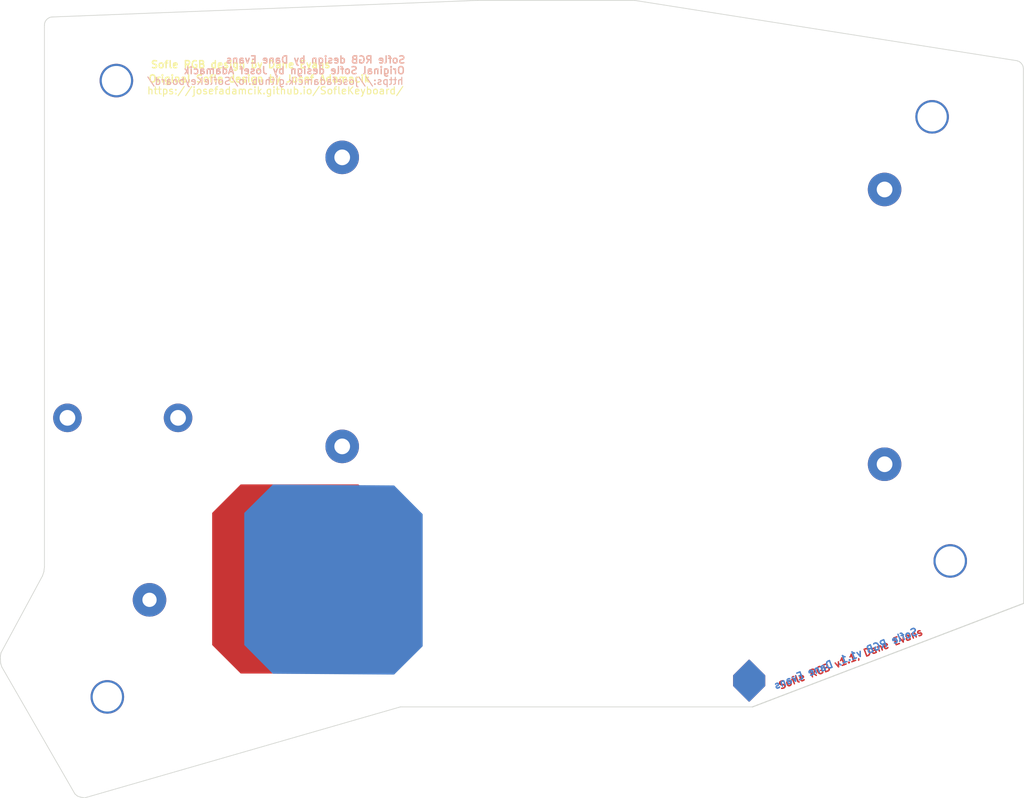
<source format=kicad_pcb>
(kicad_pcb (version 20171130) (host pcbnew "(5.1.6)-1")

  (general
    (thickness 1.6)
    (drawings 45)
    (tracks 0)
    (zones 0)
    (modules 15)
    (nets 1)
  )

  (page A4)
  (layers
    (0 F.Cu signal hide)
    (31 B.Cu signal)
    (32 B.Adhes user hide)
    (33 F.Adhes user hide)
    (34 B.Paste user)
    (35 F.Paste user)
    (36 B.SilkS user hide)
    (37 F.SilkS user hide)
    (38 B.Mask user)
    (39 F.Mask user hide)
    (40 Dwgs.User user hide)
    (41 Cmts.User user hide)
    (42 Eco1.User user hide)
    (43 Eco2.User user hide)
    (44 Edge.Cuts user)
    (45 Margin user hide)
    (46 B.CrtYd user)
    (47 F.CrtYd user hide)
    (48 B.Fab user)
    (49 F.Fab user hide)
  )

  (setup
    (last_trace_width 0.25)
    (trace_clearance 0.2)
    (zone_clearance 0.508)
    (zone_45_only no)
    (trace_min 0.2)
    (via_size 0.6)
    (via_drill 0.4)
    (via_min_size 0.4)
    (via_min_drill 0.3)
    (uvia_size 0.3)
    (uvia_drill 0.1)
    (uvias_allowed no)
    (uvia_min_size 0.2)
    (uvia_min_drill 0.1)
    (edge_width 0.15)
    (segment_width 0.2)
    (pcb_text_width 0.3)
    (pcb_text_size 1.5 1.5)
    (mod_edge_width 0.15)
    (mod_text_size 1 1)
    (mod_text_width 0.15)
    (pad_size 4.7 4.7)
    (pad_drill 4.1)
    (pad_to_mask_clearance 0.2)
    (aux_axis_origin 0 0)
    (visible_elements 7FFFFFFF)
    (pcbplotparams
      (layerselection 0x010f0_ffffffff)
      (usegerberextensions false)
      (usegerberattributes false)
      (usegerberadvancedattributes false)
      (creategerberjobfile false)
      (excludeedgelayer true)
      (linewidth 0.100000)
      (plotframeref false)
      (viasonmask false)
      (mode 1)
      (useauxorigin false)
      (hpglpennumber 1)
      (hpglpenspeed 20)
      (hpglpendiameter 15.000000)
      (psnegative false)
      (psa4output false)
      (plotreference true)
      (plotvalue true)
      (plotinvisibletext false)
      (padsonsilk false)
      (subtractmaskfromsilk false)
      (outputformat 1)
      (mirror false)
      (drillshape 0)
      (scaleselection 1)
      (outputdirectory "gerbers/"))
  )

  (net 0 "")

  (net_class Default "This is the default net class."
    (clearance 0.2)
    (trace_width 0.25)
    (via_dia 0.6)
    (via_drill 0.4)
    (uvia_dia 0.3)
    (uvia_drill 0.1)
  )

  (module Dane:gecko-logo (layer B.Cu) (tedit 0) (tstamp 5F8157B8)
    (at 187.96 130.81 180)
    (fp_text reference G*** (at 0 0) (layer B.SilkS) hide
      (effects (font (size 1.524 1.524) (thickness 0.3)) (justify mirror))
    )
    (fp_text value LOGO (at 0.75 0) (layer B.SilkS) hide
      (effects (font (size 1.524 1.524) (thickness 0.3)) (justify mirror))
    )
    (fp_poly (pts (xy 0.601318 1.845968) (xy 0.629566 1.801122) (xy 0.660606 1.731632) (xy 0.674278 1.696637)
      (xy 0.696844 1.640456) (xy 0.717741 1.594158) (xy 0.734739 1.562309) (xy 0.745612 1.549474)
      (xy 0.746125 1.549405) (xy 0.757513 1.537853) (xy 0.761992 1.50684) (xy 0.762 1.505208)
      (xy 0.766997 1.463388) (xy 0.77927 1.418191) (xy 0.781708 1.411757) (xy 0.79008 1.387564)
      (xy 0.794426 1.362926) (xy 0.794778 1.331829) (xy 0.791165 1.288257) (xy 0.783616 1.226195)
      (xy 0.782658 1.218829) (xy 0.763898 1.075159) (xy 0.904872 0.890005) (xy 0.949855 0.830926)
      (xy 0.989325 0.779091) (xy 1.020787 0.737776) (xy 1.041748 0.710256) (xy 1.049674 0.699857)
      (xy 1.063704 0.699863) (xy 1.095604 0.706722) (xy 1.139384 0.718573) (xy 1.189058 0.733553)
      (xy 1.238637 0.7498) (xy 1.282132 0.765451) (xy 1.313556 0.778644) (xy 1.325376 0.785602)
      (xy 1.346102 0.811208) (xy 1.370849 0.85208) (xy 1.395846 0.900516) (xy 1.417324 0.948813)
      (xy 1.431511 0.98927) (xy 1.4351 1.009732) (xy 1.443261 1.038113) (xy 1.462639 1.051849)
      (xy 1.485574 1.046296) (xy 1.48961 1.04277) (xy 1.497711 1.024581) (xy 1.488756 1.003156)
      (xy 1.47949 0.975875) (xy 1.473922 0.935468) (xy 1.4732 0.915429) (xy 1.476946 0.871614)
      (xy 1.489701 0.847647) (xy 1.513732 0.843044) (xy 1.551311 0.857322) (xy 1.601845 0.888082)
      (xy 1.64655 0.917306) (xy 1.675006 0.933308) (xy 1.691757 0.937452) (xy 1.701347 0.931102)
      (xy 1.706832 0.919604) (xy 1.708613 0.891777) (xy 1.689343 0.877564) (xy 1.676717 0.8763)
      (xy 1.654223 0.866178) (xy 1.626807 0.840966) (xy 1.600696 0.808396) (xy 1.582118 0.7762)
      (xy 1.577172 0.752711) (xy 1.590575 0.734045) (xy 1.61879 0.713928) (xy 1.653392 0.69651)
      (xy 1.685955 0.685939) (xy 1.708055 0.686365) (xy 1.709715 0.68744) (xy 1.731588 0.693257)
      (xy 1.754269 0.685777) (xy 1.765097 0.669315) (xy 1.765105 0.668567) (xy 1.756737 0.638731)
      (xy 1.735707 0.628278) (xy 1.71695 0.633689) (xy 1.684941 0.643864) (xy 1.644157 0.64804)
      (xy 1.603043 0.646526) (xy 1.570045 0.639627) (xy 1.553648 0.627755) (xy 1.557824 0.608475)
      (xy 1.575994 0.580265) (xy 1.602145 0.549844) (xy 1.630265 0.523931) (xy 1.654341 0.509245)
      (xy 1.66081 0.508) (xy 1.673501 0.499215) (xy 1.67397 0.479469) (xy 1.664464 0.458679)
      (xy 1.647228 0.446761) (xy 1.646924 0.446701) (xy 1.624724 0.45296) (xy 1.617287 0.467195)
      (xy 1.603162 0.483497) (xy 1.571302 0.505626) (xy 1.527773 0.530536) (xy 1.478638 0.555181)
      (xy 1.429963 0.576516) (xy 1.387813 0.591493) (xy 1.358696 0.597067) (xy 1.335049 0.59528)
      (xy 1.291811 0.590259) (xy 1.234485 0.582706) (xy 1.168573 0.573323) (xy 1.145794 0.569931)
      (xy 1.081186 0.560564) (xy 1.026188 0.553272) (xy 0.985344 0.548605) (xy 0.963198 0.547112)
      (xy 0.960582 0.547539) (xy 0.95285 0.559547) (xy 0.934297 0.589102) (xy 0.907459 0.632148)
      (xy 0.874868 0.684627) (xy 0.864033 0.702113) (xy 0.830281 0.755791) (xy 0.801348 0.800261)
      (xy 0.77975 0.831773) (xy 0.768004 0.846575) (xy 0.766718 0.847153) (xy 0.766221 0.833748)
      (xy 0.767225 0.798425) (xy 0.769569 0.744607) (xy 0.773092 0.675722) (xy 0.77763 0.595195)
      (xy 0.782195 0.51969) (xy 0.802293 0.19685) (xy 0.674235 -0.048899) (xy 0.637146 -0.121453)
      (xy 0.605074 -0.186857) (xy 0.579605 -0.241654) (xy 0.562321 -0.282389) (xy 0.554808 -0.305605)
      (xy 0.554914 -0.309249) (xy 0.56465 -0.323371) (xy 0.587103 -0.35488) (xy 0.620019 -0.400643)
      (xy 0.661142 -0.457531) (xy 0.708217 -0.52241) (xy 0.73293 -0.556386) (xy 0.781738 -0.623707)
      (xy 0.825293 -0.684305) (xy 0.861431 -0.735125) (xy 0.887987 -0.773114) (xy 0.902797 -0.795217)
      (xy 0.905128 -0.799381) (xy 0.896186 -0.80958) (xy 0.86952 -0.832363) (xy 0.828007 -0.86546)
      (xy 0.774525 -0.906601) (xy 0.711953 -0.953513) (xy 0.67945 -0.977476) (xy 0.613158 -1.026368)
      (xy 0.554118 -1.070442) (xy 0.505304 -1.107436) (xy 0.469686 -1.135088) (xy 0.450237 -1.151136)
      (xy 0.447524 -1.154032) (xy 0.454771 -1.167292) (xy 0.47848 -1.188562) (xy 0.512775 -1.213763)
      (xy 0.551777 -1.238821) (xy 0.589608 -1.259657) (xy 0.61595 -1.270839) (xy 0.661836 -1.279922)
      (xy 0.727894 -1.284321) (xy 0.79375 -1.284175) (xy 0.854907 -1.281721) (xy 0.896276 -1.277641)
      (xy 0.923462 -1.270895) (xy 0.94207 -1.260443) (xy 0.947715 -1.255604) (xy 0.968302 -1.23905)
      (xy 0.982568 -1.240003) (xy 0.996071 -1.251885) (xy 1.010095 -1.275517) (xy 1.01038 -1.291726)
      (xy 1.004043 -1.311187) (xy 1.0033 -1.315488) (xy 0.992231 -1.319205) (xy 0.965531 -1.320798)
      (xy 0.964777 -1.3208) (xy 0.931477 -1.326577) (xy 0.88835 -1.341359) (xy 0.862393 -1.353161)
      (xy 0.825523 -1.37354) (xy 0.807043 -1.390044) (xy 0.801813 -1.408357) (xy 0.80249 -1.419379)
      (xy 0.810655 -1.442615) (xy 0.832454 -1.464699) (xy 0.872752 -1.490414) (xy 0.877498 -1.493095)
      (xy 0.920395 -1.515607) (xy 0.959172 -1.53333) (xy 0.980872 -1.541067) (xy 1.011086 -1.557217)
      (xy 1.02348 -1.58196) (xy 1.014664 -1.608159) (xy 0.989736 -1.623852) (xy 0.963588 -1.62134)
      (xy 0.946604 -1.60163) (xy 0.94658 -1.601557) (xy 0.934439 -1.585989) (xy 0.906234 -1.573518)
      (xy 0.85735 -1.562119) (xy 0.856189 -1.561899) (xy 0.8112 -1.554096) (xy 0.784146 -1.552285)
      (xy 0.768149 -1.557023) (xy 0.756334 -1.568867) (xy 0.755418 -1.570067) (xy 0.743412 -1.58954)
      (xy 0.738086 -1.611828) (xy 0.738776 -1.644397) (xy 0.744529 -1.692609) (xy 0.753705 -1.7332)
      (xy 0.768434 -1.753337) (xy 0.776307 -1.7567) (xy 0.792654 -1.766329) (xy 0.791173 -1.787066)
      (xy 0.78922 -1.792693) (xy 0.770518 -1.819723) (xy 0.746584 -1.827086) (xy 0.725108 -1.81457)
      (xy 0.715858 -1.794699) (xy 0.705533 -1.762443) (xy 0.688996 -1.719388) (xy 0.678199 -1.693925)
      (xy 0.656494 -1.652148) (xy 0.6354 -1.629869) (xy 0.616907 -1.622674) (xy 0.598938 -1.621182)
      (xy 0.586424 -1.62844) (xy 0.575552 -1.649456) (xy 0.562509 -1.689235) (xy 0.560077 -1.697305)
      (xy 0.548515 -1.743116) (xy 0.542396 -1.78247) (xy 0.542781 -1.80478) (xy 0.540636 -1.832634)
      (xy 0.522993 -1.849417) (xy 0.498441 -1.85211) (xy 0.475573 -1.837697) (xy 0.470613 -1.830133)
      (xy 0.465358 -1.805782) (xy 0.477852 -1.78937) (xy 0.486811 -1.778222) (xy 0.491885 -1.759795)
      (xy 0.493451 -1.729159) (xy 0.491886 -1.681383) (xy 0.489369 -1.638811) (xy 0.485863 -1.588646)
      (xy 0.481217 -1.548358) (xy 0.473348 -1.513756) (xy 0.460173 -1.480648) (xy 0.439611 -1.444843)
      (xy 0.409578 -1.402149) (xy 0.367991 -1.348374) (xy 0.312767 -1.279327) (xy 0.307478 -1.272744)
      (xy 0.275793 -1.234556) (xy 0.251581 -1.205072) (xy 0.23606 -1.181175) (xy 0.230445 -1.159746)
      (xy 0.235952 -1.137667) (xy 0.253798 -1.111818) (xy 0.285198 -1.079081) (xy 0.331368 -1.036338)
      (xy 0.393525 -0.980471) (xy 0.436648 -0.94149) (xy 0.612946 -0.781215) (xy 0.507883 -0.682707)
      (xy 0.465446 -0.643541) (xy 0.42979 -0.611801) (xy 0.404922 -0.590976) (xy 0.395084 -0.584448)
      (xy 0.38554 -0.59463) (xy 0.365898 -0.62192) (xy 0.339327 -0.661764) (xy 0.317966 -0.695224)
      (xy 0.258908 -0.778294) (xy 0.184258 -0.86661) (xy 0.100686 -0.953183) (xy 0.01486 -1.031026)
      (xy -0.052686 -1.08356) (xy -0.122406 -1.12796) (xy -0.205824 -1.173371) (xy -0.294379 -1.215697)
      (xy -0.379512 -1.250837) (xy -0.45085 -1.274214) (xy -0.536598 -1.292799) (xy -0.633428 -1.306921)
      (xy -0.731482 -1.315588) (xy -0.820897 -1.317808) (xy -0.864133 -1.315816) (xy -1.016028 -1.290813)
      (xy -1.162582 -1.24203) (xy -1.301703 -1.170877) (xy -1.431298 -1.078765) (xy -1.549276 -0.967106)
      (xy -1.653546 -0.837309) (xy -1.713517 -0.74295) (xy -1.74279 -0.69215) (xy -1.707554 -0.7366)
      (xy -1.664556 -0.7864) (xy -1.609239 -0.844071) (xy -1.547225 -0.90434) (xy -1.484138 -0.961931)
      (xy -1.425601 -1.011569) (xy -1.377237 -1.047981) (xy -1.3716 -1.051721) (xy -1.245176 -1.120651)
      (xy -1.112029 -1.168911) (xy -0.975949 -1.195852) (xy -0.840726 -1.200823) (xy -0.710149 -1.183173)
      (xy -0.669045 -1.172369) (xy -0.589275 -1.14386) (xy -0.499007 -1.103771) (xy -0.407416 -1.056592)
      (xy -0.323675 -1.006812) (xy -0.303663 -0.99355) (xy -0.235204 -0.943689) (xy -0.173883 -0.891145)
      (xy -0.116659 -0.832288) (xy -0.060488 -0.76349) (xy -0.00233 -0.681122) (xy 0.060859 -0.581556)
      (xy 0.108154 -0.502344) (xy 0.1822 -0.376039) (xy 0.062525 -0.264936) (xy 0.017749 -0.224694)
      (xy -0.019949 -0.193325) (xy -0.047049 -0.173572) (xy -0.060033 -0.168175) (xy -0.060612 -0.168991)
      (xy -0.063064 -0.186795) (xy -0.067286 -0.224592) (xy -0.072716 -0.277084) (xy -0.078788 -0.338971)
      (xy -0.079662 -0.348129) (xy -0.09525 -0.512109) (xy -0.299052 -0.315576) (xy -0.368065 -0.2495)
      (xy -0.422106 -0.199121) (xy -0.46408 -0.162089) (xy -0.496893 -0.136058) (xy -0.52345 -0.11868)
      (xy -0.546657 -0.107608) (xy -0.563249 -0.102132) (xy -0.6089 -0.094084) (xy -0.665441 -0.090868)
      (xy -0.725859 -0.092064) (xy -0.783143 -0.097253) (xy -0.830281 -0.106016) (xy -0.860263 -0.117934)
      (xy -0.862931 -0.120043) (xy -0.883564 -0.132646) (xy -0.904041 -0.125093) (xy -0.907144 -0.122883)
      (xy -0.924869 -0.098751) (xy -0.922059 -0.074377) (xy -0.901259 -0.05852) (xy -0.887849 -0.056509)
      (xy -0.857992 -0.051155) (xy -0.817757 -0.038243) (xy -0.775521 -0.021207) (xy -0.73966 -0.003477)
      (xy -0.718549 0.011514) (xy -0.717079 0.013464) (xy -0.711706 0.043532) (xy -0.731487 0.075317)
      (xy -0.776246 0.1086) (xy -0.802846 0.123172) (xy -0.846133 0.144559) (xy -0.88281 0.161534)
      (xy -0.904875 0.170398) (xy -0.923089 0.186663) (xy -0.92562 0.213132) (xy -0.91186 0.238761)
      (xy -0.886202 0.253155) (xy -0.865284 0.244529) (xy -0.857715 0.230065) (xy -0.842035 0.212182)
      (xy -0.805346 0.195931) (xy -0.771134 0.186141) (xy -0.727794 0.175774) (xy -0.701505 0.1724)
      (xy -0.68481 0.176342) (xy -0.670251 0.187925) (xy -0.667477 0.190653) (xy -0.650729 0.22229)
      (xy -0.644282 0.26675) (xy -0.647785 0.313935) (xy -0.660888 0.353751) (xy -0.673713 0.370336)
      (xy -0.695731 0.399876) (xy -0.693593 0.428694) (xy -0.68473 0.440491) (xy -0.662197 0.449456)
      (xy -0.63772 0.443539) (xy -0.623057 0.426451) (xy -0.622302 0.420794) (xy -0.617439 0.399053)
      (xy -0.604716 0.362372) (xy -0.587726 0.320675) (xy -0.567687 0.277703) (xy -0.551789 0.253565)
      (xy -0.535673 0.243162) (xy -0.519885 0.2413) (xy -0.500593 0.243994) (xy -0.486971 0.255817)
      (xy -0.474837 0.282385) (xy -0.463835 0.316562) (xy -0.452711 0.361044) (xy -0.447255 0.399122)
      (xy -0.447978 0.418328) (xy -0.445173 0.445306) (xy -0.426489 0.461615) (xy -0.400696 0.46273)
      (xy -0.382942 0.451885) (xy -0.369497 0.431384) (xy -0.376492 0.408955) (xy -0.378074 0.406368)
      (xy -0.386015 0.379699) (xy -0.391323 0.331391) (xy -0.393631 0.265106) (xy -0.3937 0.249869)
      (xy -0.3937 0.118392) (xy -0.295542 -0.017758) (xy -0.259737 -0.067889) (xy -0.23293 -0.103877)
      (xy -0.213377 -0.124241) (xy -0.199338 -0.127498) (xy -0.18907 -0.112168) (xy -0.180831 -0.076767)
      (xy -0.17288 -0.019814) (xy -0.163474 0.060174) (xy -0.158977 0.098425) (xy -0.150573 0.165099)
      (xy -0.142524 0.221828) (xy -0.135513 0.264303) (xy -0.130224 0.288217) (xy -0.128292 0.291896)
      (xy -0.116972 0.283703) (xy -0.08983 0.260962) (xy -0.049816 0.226239) (xy 0.000122 0.182097)
      (xy 0.057035 0.131103) (xy 0.068815 0.12047) (xy 0.126385 0.068712) (xy 0.177192 0.023547)
      (xy 0.218381 -0.01253) (xy 0.247097 -0.037023) (xy 0.260485 -0.047436) (xy 0.261083 -0.047601)
      (xy 0.261331 -0.034505) (xy 0.260091 -0.000703) (xy 0.257581 0.049168) (xy 0.254018 0.110473)
      (xy 0.252589 0.13335) (xy 0.249029 0.201805) (xy 0.247622 0.26684) (xy 0.248542 0.334176)
      (xy 0.251965 0.409529) (xy 0.258064 0.498618) (xy 0.267016 0.607161) (xy 0.267101 0.608138)
      (xy 0.27422 0.69206) (xy 0.280255 0.767122) (xy 0.284948 0.829767) (xy 0.28804 0.87644)
      (xy 0.289273 0.903583) (xy 0.288988 0.909046) (xy 0.277089 0.904726) (xy 0.247466 0.890094)
      (xy 0.204473 0.867394) (xy 0.152465 0.83887) (xy 0.147917 0.836333) (xy 0.095449 0.807477)
      (xy 0.051725 0.784305) (xy 0.021069 0.769044) (xy 0.007803 0.763922) (xy 0.007616 0.764025)
      (xy -0.012673 0.789778) (xy -0.0446 0.827869) (xy -0.084851 0.874584) (xy -0.130114 0.926209)
      (xy -0.177074 0.97903) (xy -0.22242 1.029333) (xy -0.262837 1.073404) (xy -0.295012 1.10753)
      (xy -0.315633 1.127996) (xy -0.320628 1.131974) (xy -0.363934 1.15182) (xy -0.414328 1.169997)
      (xy -0.46492 1.184616) (xy -0.508821 1.19379) (xy -0.539143 1.19563) (xy -0.546142 1.193778)
      (xy -0.571121 1.191617) (xy -0.58999 1.206902) (xy -0.594323 1.231782) (xy -0.592724 1.237166)
      (xy -0.583761 1.246549) (xy -0.562816 1.250806) (xy -0.524833 1.250496) (xy -0.491626 1.24834)
      (xy -0.443423 1.245136) (xy -0.414705 1.245452) (xy -0.399653 1.250593) (xy -0.392447 1.261864)
      (xy -0.389706 1.271203) (xy -0.388787 1.299359) (xy -0.402215 1.330795) (xy -0.432369 1.369713)
      (xy -0.464694 1.403648) (xy -0.49351 1.43906) (xy -0.502254 1.466086) (xy -0.49076 1.482293)
      (xy -0.470299 1.4859) (xy -0.448594 1.477048) (xy -0.444478 1.463675) (xy -0.433728 1.442632)
      (xy -0.406809 1.418521) (xy -0.371663 1.396265) (xy -0.336235 1.380785) (xy -0.308464 1.377)
      (xy -0.305673 1.377674) (xy -0.285541 1.395323) (xy -0.268212 1.428926) (xy -0.256625 1.46904)
      (xy -0.253722 1.50622) (xy -0.259225 1.526859) (xy -0.26524 1.551343) (xy -0.257711 1.56347)
      (xy -0.234824 1.573042) (xy -0.214085 1.563218) (xy -0.204517 1.539056) (xy -0.204663 1.533727)
      (xy -0.205747 1.504157) (xy -0.205672 1.461822) (xy -0.205176 1.439757) (xy -0.202076 1.399325)
      (xy -0.194331 1.377699) (xy -0.179545 1.368383) (xy -0.178767 1.368174) (xy -0.156212 1.373851)
      (xy -0.128007 1.396134) (xy -0.099873 1.428915) (xy -0.077534 1.466087) (xy -0.070565 1.48365)
      (xy -0.055069 1.506221) (xy -0.033964 1.508866) (xy -0.010547 1.497366) (xy -0.002679 1.477904)
      (xy -0.012457 1.459944) (xy -0.02207 1.455208) (xy -0.036615 1.440044) (xy -0.054483 1.406504)
      (xy -0.073371 1.360983) (xy -0.090975 1.309873) (xy -0.104991 1.259568) (xy -0.113115 1.216462)
      (xy -0.114248 1.199394) (xy -0.106347 1.16748) (xy -0.083771 1.119396) (xy -0.048112 1.058483)
      (xy -0.04377 1.051629) (xy 0.026655 0.941208) (xy 0.162552 1.012297) (xy 0.216038 1.040528)
      (xy 0.261262 1.064871) (xy 0.293464 1.08273) (xy 0.307881 1.091511) (xy 0.307889 1.091518)
      (xy 0.310779 1.106752) (xy 0.311334 1.141754) (xy 0.309605 1.191003) (xy 0.306511 1.238252)
      (xy 0.3021 1.302026) (xy 0.300905 1.346928) (xy 0.303347 1.379329) (xy 0.309844 1.405602)
      (xy 0.319018 1.428202) (xy 0.333996 1.470421) (xy 0.342144 1.511313) (xy 0.342621 1.519894)
      (xy 0.34897 1.553094) (xy 0.36293 1.564344) (xy 0.376269 1.577095) (xy 0.396877 1.608757)
      (xy 0.422088 1.654864) (xy 0.445016 1.7018) (xy 0.483707 1.779631) (xy 0.517056 1.833)
      (xy 0.54669 1.86187) (xy 0.574235 1.866205) (xy 0.601318 1.845968)) (layer B.Mask) (width 0.01))
  )

  (module "Dane:big gecko" (layer B.Cu) (tedit 0) (tstamp 5F815775)
    (at 129.54 116.84 180)
    (fp_text reference G*** (at 0 0) (layer B.SilkS) hide
      (effects (font (size 1.524 1.524) (thickness 0.3)) (justify mirror))
    )
    (fp_text value LOGO (at 0.75 0) (layer B.SilkS) hide
      (effects (font (size 1.524 1.524) (thickness 0.3)) (justify mirror))
    )
    (fp_poly (pts (xy 4.008792 12.306448) (xy 4.197112 12.00748) (xy 4.404044 11.54421) (xy 4.495193 11.310908)
      (xy 4.645632 10.936371) (xy 4.784941 10.627718) (xy 4.898265 10.415388) (xy 4.970751 10.329822)
      (xy 4.974167 10.329363) (xy 5.050092 10.252351) (xy 5.079949 10.045593) (xy 5.08 10.034713)
      (xy 5.113317 9.755915) (xy 5.195135 9.454602) (xy 5.211393 9.41171) (xy 5.267201 9.250425)
      (xy 5.296179 9.086173) (xy 5.298526 8.878855) (xy 5.274438 8.588374) (xy 5.224113 8.174631)
      (xy 5.217722 8.125525) (xy 5.092658 7.167724) (xy 6.032483 5.933362) (xy 6.332372 5.539501)
      (xy 6.595504 5.193938) (xy 6.805253 4.918506) (xy 6.944992 4.735039) (xy 6.997831 4.665712)
      (xy 7.091364 4.66575) (xy 7.304027 4.711479) (xy 7.595899 4.790485) (xy 7.927058 4.890351)
      (xy 8.257583 4.998662) (xy 8.547553 5.103002) (xy 8.757046 5.190955) (xy 8.83584 5.237342)
      (xy 8.974014 5.408051) (xy 9.138994 5.68053) (xy 9.305645 6.003434) (xy 9.44883 6.325416)
      (xy 9.543412 6.595131) (xy 9.567334 6.731543) (xy 9.621743 6.920752) (xy 9.750929 7.012322)
      (xy 9.903831 6.975306) (xy 9.930738 6.951796) (xy 9.984745 6.830536) (xy 9.925047 6.687702)
      (xy 9.863269 6.505829) (xy 9.82615 6.236452) (xy 9.821334 6.102854) (xy 9.846313 5.810759)
      (xy 9.931342 5.650976) (xy 10.091553 5.620288) (xy 10.342079 5.715478) (xy 10.678968 5.920542)
      (xy 10.977005 6.115371) (xy 11.166712 6.22205) (xy 11.278384 6.249676) (xy 11.342316 6.207344)
      (xy 11.378883 6.130693) (xy 11.390757 5.94518) (xy 11.262293 5.850421) (xy 11.178118 5.842)
      (xy 11.028157 5.774518) (xy 10.845381 5.606436) (xy 10.671308 5.389302) (xy 10.547456 5.174661)
      (xy 10.514483 5.018067) (xy 10.603837 4.893628) (xy 10.791938 4.759518) (xy 11.022617 4.643398)
      (xy 11.239706 4.572926) (xy 11.387038 4.575764) (xy 11.398102 4.582931) (xy 11.543923 4.621711)
      (xy 11.695131 4.571846) (xy 11.767317 4.462096) (xy 11.76737 4.457108) (xy 11.711584 4.258201)
      (xy 11.571384 4.188517) (xy 11.446334 4.224592) (xy 11.232943 4.292421) (xy 10.961049 4.320264)
      (xy 10.686957 4.310168) (xy 10.466973 4.264179) (xy 10.357659 4.185027) (xy 10.385497 4.056494)
      (xy 10.506628 3.868428) (xy 10.680968 3.665621) (xy 10.868434 3.492869) (xy 11.028942 3.394964)
      (xy 11.072072 3.386666) (xy 11.156678 3.328096) (xy 11.159805 3.196456) (xy 11.096428 3.057855)
      (xy 10.981522 2.978401) (xy 10.979499 2.978001) (xy 10.831494 3.019731) (xy 10.781916 3.114629)
      (xy 10.687751 3.22331) (xy 10.475353 3.370838) (xy 10.185155 3.536905) (xy 9.85759 3.701206)
      (xy 9.533091 3.843434) (xy 9.25209 3.943281) (xy 9.057977 3.980444) (xy 8.900327 3.96853)
      (xy 8.612074 3.935059) (xy 8.2299 3.884706) (xy 7.790492 3.822147) (xy 7.638629 3.799537)
      (xy 7.20791 3.737089) (xy 6.841258 3.688476) (xy 6.568964 3.657362) (xy 6.421322 3.647409)
      (xy 6.403881 3.65026) (xy 6.352335 3.730308) (xy 6.228652 3.927343) (xy 6.049727 4.214317)
      (xy 5.832458 4.564178) (xy 5.760223 4.680749) (xy 5.535213 5.0386) (xy 5.342323 5.335072)
      (xy 5.198334 5.545152) (xy 5.120027 5.643829) (xy 5.11146 5.647682) (xy 5.108142 5.558319)
      (xy 5.114837 5.322827) (xy 5.130465 4.964044) (xy 5.153947 4.50481) (xy 5.184204 3.967966)
      (xy 5.214635 3.464599) (xy 5.348626 1.312333) (xy 4.494901 -0.325997) (xy 4.247641 -0.809688)
      (xy 4.033833 -1.245714) (xy 3.864036 -1.611031) (xy 3.748813 -1.882597) (xy 3.698722 -2.03737)
      (xy 3.699431 -2.061664) (xy 3.764335 -2.155813) (xy 3.914025 -2.36587) (xy 4.133465 -2.67096)
      (xy 4.407619 -3.050208) (xy 4.72145 -3.482739) (xy 4.886202 -3.709242) (xy 5.211588 -4.158048)
      (xy 5.501956 -4.562034) (xy 5.742876 -4.900838) (xy 5.919918 -5.154098) (xy 6.018652 -5.301451)
      (xy 6.034192 -5.329213) (xy 5.974578 -5.3972) (xy 5.796802 -5.549089) (xy 5.520049 -5.769738)
      (xy 5.163506 -6.044007) (xy 4.746359 -6.356755) (xy 4.529667 -6.516513) (xy 4.087721 -6.842454)
      (xy 3.694126 -7.136281) (xy 3.368695 -7.38291) (xy 3.131242 -7.567258) (xy 3.001582 -7.674241)
      (xy 2.983499 -7.693548) (xy 3.031808 -7.781953) (xy 3.189871 -7.923749) (xy 3.418502 -8.091759)
      (xy 3.678515 -8.258807) (xy 3.930726 -8.397718) (xy 4.106334 -8.472264) (xy 4.412245 -8.532817)
      (xy 4.852633 -8.562141) (xy 5.291667 -8.561172) (xy 5.699381 -8.544809) (xy 5.975175 -8.517608)
      (xy 6.156416 -8.472635) (xy 6.280471 -8.402956) (xy 6.318106 -8.370696) (xy 6.455348 -8.26034)
      (xy 6.550458 -8.26669) (xy 6.640475 -8.345903) (xy 6.73397 -8.503449) (xy 6.735869 -8.611508)
      (xy 6.693626 -8.741251) (xy 6.688667 -8.769925) (xy 6.61488 -8.794702) (xy 6.436877 -8.805327)
      (xy 6.431852 -8.805334) (xy 6.209851 -8.843847) (xy 5.922339 -8.942397) (xy 5.749288 -9.021077)
      (xy 5.503488 -9.156939) (xy 5.380292 -9.266966) (xy 5.345425 -9.389048) (xy 5.349936 -9.462532)
      (xy 5.404373 -9.617435) (xy 5.549696 -9.76466) (xy 5.818351 -9.936095) (xy 5.849987 -9.953969)
      (xy 6.135973 -10.104049) (xy 6.394482 -10.222203) (xy 6.539148 -10.273783) (xy 6.740576 -10.381449)
      (xy 6.823204 -10.546402) (xy 6.764427 -10.721065) (xy 6.598243 -10.825684) (xy 6.423925 -10.808936)
      (xy 6.310694 -10.677535) (xy 6.31054 -10.677053) (xy 6.2296 -10.573265) (xy 6.041563 -10.490123)
      (xy 5.715668 -10.414131) (xy 5.70793 -10.412666) (xy 5.408003 -10.360645) (xy 5.227642 -10.348569)
      (xy 5.120999 -10.380156) (xy 5.042228 -10.459119) (xy 5.036122 -10.467114) (xy 4.956084 -10.596938)
      (xy 4.920577 -10.745522) (xy 4.925177 -10.962647) (xy 4.963532 -11.284063) (xy 5.024702 -11.554672)
      (xy 5.1229 -11.688914) (xy 5.175385 -11.711335) (xy 5.284364 -11.775531) (xy 5.274491 -11.913776)
      (xy 5.26147 -11.951289) (xy 5.136793 -12.13149) (xy 4.97723 -12.180574) (xy 4.834055 -12.097138)
      (xy 4.77239 -11.964663) (xy 4.703558 -11.749624) (xy 4.593307 -11.462588) (xy 4.521332 -11.292838)
      (xy 4.376632 -11.014322) (xy 4.236003 -10.865797) (xy 4.11272 -10.817832) (xy 3.992927 -10.807882)
      (xy 3.909496 -10.856272) (xy 3.837014 -10.996375) (xy 3.750065 -11.261568) (xy 3.733853 -11.315367)
      (xy 3.656769 -11.620774) (xy 3.615975 -11.883137) (xy 3.618542 -12.031873) (xy 3.604244 -12.217563)
      (xy 3.486621 -12.329447) (xy 3.322945 -12.347405) (xy 3.170487 -12.251316) (xy 3.137425 -12.200891)
      (xy 3.102392 -12.038553) (xy 3.185683 -11.929135) (xy 3.245412 -11.854815) (xy 3.279239 -11.731973)
      (xy 3.289678 -11.527733) (xy 3.279244 -11.209225) (xy 3.262465 -10.925411) (xy 3.23909 -10.590975)
      (xy 3.208115 -10.322389) (xy 3.155655 -10.091708) (xy 3.067826 -9.87099) (xy 2.930743 -9.632288)
      (xy 2.73052 -9.34766) (xy 2.453274 -8.989161) (xy 2.085118 -8.528847) (xy 2.04986 -8.484966)
      (xy 1.838623 -8.230376) (xy 1.677213 -8.033819) (xy 1.573738 -7.874506) (xy 1.536304 -7.731646)
      (xy 1.573018 -7.584448) (xy 1.691989 -7.412123) (xy 1.901321 -7.193879) (xy 2.209124 -6.908926)
      (xy 2.623503 -6.536474) (xy 2.910989 -6.276605) (xy 4.086311 -5.208104) (xy 3.385888 -4.551385)
      (xy 3.102975 -4.290276) (xy 2.865272 -4.078676) (xy 2.69948 -3.939842) (xy 2.633899 -3.896326)
      (xy 2.57027 -3.964205) (xy 2.439322 -4.146134) (xy 2.262183 -4.411767) (xy 2.119776 -4.634828)
      (xy 1.726054 -5.188633) (xy 1.228388 -5.777403) (xy 0.67124 -6.354557) (xy 0.099071 -6.873513)
      (xy -0.351238 -7.22374) (xy -0.816039 -7.519737) (xy -1.372154 -7.82248) (xy -1.962521 -8.104647)
      (xy -2.530077 -8.338915) (xy -3.005666 -8.494765) (xy -3.577315 -8.618661) (xy -4.222851 -8.712809)
      (xy -4.87654 -8.770592) (xy -5.472646 -8.785393) (xy -5.760882 -8.772109) (xy -6.773518 -8.605423)
      (xy -7.750544 -8.280201) (xy -8.678015 -7.805848) (xy -9.541983 -7.191771) (xy -10.328505 -6.447374)
      (xy -11.023634 -5.582064) (xy -11.423444 -4.953) (xy -11.618595 -4.614334) (xy -11.383689 -4.910667)
      (xy -11.097038 -5.242669) (xy -10.728255 -5.627146) (xy -10.314829 -6.028936) (xy -9.894248 -6.412875)
      (xy -9.504001 -6.743799) (xy -9.181575 -6.986544) (xy -9.144 -7.011478) (xy -8.301169 -7.471008)
      (xy -7.413523 -7.792745) (xy -6.506325 -7.972352) (xy -5.604838 -8.005491) (xy -4.734323 -7.887822)
      (xy -4.4603 -7.815795) (xy -3.928496 -7.625735) (xy -3.326712 -7.358476) (xy -2.716103 -7.043948)
      (xy -2.157827 -6.712081) (xy -2.024415 -6.623671) (xy -1.568021 -6.291266) (xy -1.159217 -5.94097)
      (xy -0.77772 -5.54859) (xy -0.403251 -5.089936) (xy -0.015528 -4.540817) (xy 0.405731 -3.877043)
      (xy 0.721031 -3.348967) (xy 1.214673 -2.506933) (xy 0.416836 -1.766246) (xy 0.118329 -1.497962)
      (xy -0.132987 -1.288836) (xy -0.313654 -1.157147) (xy -0.400215 -1.121172) (xy -0.404075 -1.126613)
      (xy -0.420423 -1.245302) (xy -0.448572 -1.497282) (xy -0.484767 -1.847228) (xy -0.52525 -2.259812)
      (xy -0.531075 -2.320866) (xy -0.635 -3.414065) (xy -1.993674 -2.10384) (xy -2.453761 -1.663339)
      (xy -2.814034 -1.327474) (xy -3.093861 -1.080596) (xy -3.312614 -0.907056) (xy -3.489664 -0.791204)
      (xy -3.644379 -0.717392) (xy -3.754993 -0.680882) (xy -4.059333 -0.627232) (xy -4.436269 -0.605791)
      (xy -4.839055 -0.613764) (xy -5.220949 -0.648357) (xy -5.535206 -0.706776) (xy -5.735081 -0.786228)
      (xy -5.752868 -0.800293) (xy -5.890426 -0.884312) (xy -6.026935 -0.833959) (xy -6.047621 -0.819224)
      (xy -6.165791 -0.658346) (xy -6.147055 -0.49585) (xy -6.008391 -0.390139) (xy -5.918991 -0.376733)
      (xy -5.719942 -0.341037) (xy -5.451712 -0.25496) (xy -5.170139 -0.141382) (xy -4.931064 -0.023183)
      (xy -4.790326 0.076757) (xy -4.780521 0.089756) (xy -4.744706 0.290207) (xy -4.876575 0.502113)
      (xy -5.174969 0.723995) (xy -5.352301 0.821142) (xy -5.640886 0.963725) (xy -5.885397 1.076887)
      (xy -6.0325 1.135985) (xy -6.153923 1.244416) (xy -6.170799 1.420877) (xy -6.079066 1.591733)
      (xy -5.908012 1.687696) (xy -5.768555 1.63019) (xy -5.718099 1.533763) (xy -5.613565 1.414546)
      (xy -5.368973 1.306206) (xy -5.140893 1.240937) (xy -4.851955 1.171824) (xy -4.676694 1.149327)
      (xy -4.565394 1.175608) (xy -4.468336 1.252832) (xy -4.449843 1.271017) (xy -4.338189 1.48193)
      (xy -4.295208 1.778327) (xy -4.318563 2.092898) (xy -4.405918 2.358337) (xy -4.491418 2.468905)
      (xy -4.638202 2.665836) (xy -4.623949 2.857959) (xy -4.56486 2.936606) (xy -4.414643 2.996368)
      (xy -4.251464 2.956924) (xy -4.153709 2.843006) (xy -4.148677 2.805292) (xy -4.116256 2.66035)
      (xy -4.031437 2.415811) (xy -3.91817 2.137833) (xy -3.784575 1.85135) (xy -3.678589 1.690432)
      (xy -3.571148 1.621077) (xy -3.465898 1.608666) (xy -3.337283 1.626621) (xy -3.24647 1.70544)
      (xy -3.165577 1.882562) (xy -3.092227 2.11041) (xy -3.018068 2.406957) (xy -2.9817 2.660811)
      (xy -2.986519 2.788852) (xy -2.967814 2.968704) (xy -2.843258 3.077427) (xy -2.671303 3.08486)
      (xy -2.552944 3.012563) (xy -2.463307 2.875893) (xy -2.509946 2.726361) (xy -2.520488 2.709113)
      (xy -2.573431 2.53132) (xy -2.608814 2.209271) (xy -2.624203 1.767369) (xy -2.624666 1.665787)
      (xy -2.624666 0.789277) (xy -1.970276 -0.118391) (xy -1.731578 -0.452595) (xy -1.55286 -0.692516)
      (xy -1.422511 -0.828275) (xy -1.328915 -0.849992) (xy -1.260462 -0.747787) (xy -1.205538 -0.511781)
      (xy -1.15253 -0.132094) (xy -1.089825 0.401154) (xy -1.059842 0.656166) (xy -1.003816 1.100655)
      (xy -0.950156 1.478847) (xy -0.903417 1.762018) (xy -0.868156 1.921444) (xy -0.855276 1.945973)
      (xy -0.77981 1.89135) (xy -0.598866 1.739745) (xy -0.332103 1.508256) (xy 0.000818 1.21398)
      (xy 0.380239 0.874015) (xy 0.45877 0.803132) (xy 0.842573 0.458076) (xy 1.181285 0.156974)
      (xy 1.455877 -0.083538) (xy 1.647316 -0.246823) (xy 1.736573 -0.316246) (xy 1.740554 -0.317341)
      (xy 1.742207 -0.230037) (xy 1.733942 -0.004692) (xy 1.717208 0.327785) (xy 1.693456 0.736484)
      (xy 1.683933 0.889) (xy 1.660198 1.345361) (xy 1.650815 1.778933) (xy 1.65695 2.227835)
      (xy 1.679767 2.730189) (xy 1.720432 3.324116) (xy 1.780111 4.047739) (xy 1.780676 4.05425)
      (xy 1.828135 4.613729) (xy 1.86837 5.114142) (xy 1.899657 5.531778) (xy 1.920272 5.842928)
      (xy 1.928489 6.023881) (xy 1.926587 6.060301) (xy 1.847266 6.031503) (xy 1.649779 5.933955)
      (xy 1.363159 5.782622) (xy 1.016435 5.592466) (xy 0.986118 5.575549) (xy 0.636329 5.383178)
      (xy 0.344837 5.228696) (xy 0.140462 5.126955) (xy 0.052021 5.092809) (xy 0.050775 5.093497)
      (xy -0.084486 5.265183) (xy -0.297331 5.519122) (xy -0.565672 5.830555) (xy -0.867421 6.174721)
      (xy -1.180491 6.526861) (xy -1.482793 6.862215) (xy -1.75224 7.156024) (xy -1.966744 7.383528)
      (xy -2.104217 7.519968) (xy -2.137516 7.546491) (xy -2.426226 7.678799) (xy -2.762183 7.799976)
      (xy -3.099463 7.897437) (xy -3.392138 7.958596) (xy -3.594284 7.970865) (xy -3.640942 7.958519)
      (xy -3.807467 7.944113) (xy -3.933264 8.046007) (xy -3.962151 8.211873) (xy -3.951489 8.247772)
      (xy -3.891739 8.310323) (xy -3.752101 8.338704) (xy -3.498886 8.336639) (xy -3.277501 8.322266)
      (xy -2.956151 8.300904) (xy -2.764697 8.303008) (xy -2.664348 8.33728) (xy -2.61631 8.412421)
      (xy -2.598038 8.474684) (xy -2.591908 8.662391) (xy -2.681429 8.871965) (xy -2.882455 9.131414)
      (xy -3.09796 9.357649) (xy -3.290062 9.593732) (xy -3.348354 9.773902) (xy -3.271731 9.881951)
      (xy -3.135324 9.906) (xy -2.990623 9.846983) (xy -2.963182 9.757833) (xy -2.891514 9.617542)
      (xy -2.712054 9.456806) (xy -2.477753 9.308432) (xy -2.24156 9.205227) (xy -2.056426 9.179999)
      (xy -2.037813 9.184488) (xy -1.903603 9.302147) (xy -1.788074 9.526172) (xy -1.71083 9.793598)
      (xy -1.691474 10.041462) (xy -1.728163 10.179053) (xy -1.768266 10.342283) (xy -1.718071 10.423129)
      (xy -1.565487 10.486942) (xy -1.427232 10.42145) (xy -1.363442 10.260369) (xy -1.364419 10.224846)
      (xy -1.371645 10.027713) (xy -1.37114 9.745478) (xy -1.367834 9.598375) (xy -1.347171 9.328831)
      (xy -1.295538 9.184657) (xy -1.196962 9.122553) (xy -1.191779 9.121153) (xy -1.04141 9.159003)
      (xy -0.853374 9.307554) (xy -0.665819 9.526094) (xy -0.516892 9.773913) (xy -0.470429 9.890996)
      (xy -0.367123 10.041468) (xy -0.226426 10.059102) (xy -0.070309 9.982436) (xy -0.017853 9.852691)
      (xy -0.083045 9.732959) (xy -0.147127 9.701381) (xy -0.244094 9.600287) (xy -0.363217 9.37669)
      (xy -0.489137 9.073214) (xy -0.606496 8.732482) (xy -0.699935 8.397117) (xy -0.754096 8.109741)
      (xy -0.761648 7.995958) (xy -0.708977 7.783194) (xy -0.558471 7.462639) (xy -0.320743 7.056549)
      (xy -0.291795 7.010859) (xy 0.177706 6.274718) (xy 1.083686 6.748646) (xy 1.440256 6.936849)
      (xy 1.74175 7.099134) (xy 1.956427 7.218197) (xy 2.052542 7.276736) (xy 2.052596 7.276782)
      (xy 2.071864 7.378344) (xy 2.075562 7.611689) (xy 2.064035 7.940014) (xy 2.043409 8.255007)
      (xy 2.014001 8.680171) (xy 2.006037 8.979515) (xy 2.022315 9.195521) (xy 2.065631 9.370673)
      (xy 2.126787 9.521345) (xy 2.226646 9.802804) (xy 2.280965 10.075418) (xy 2.284141 10.132625)
      (xy 2.326472 10.353958) (xy 2.419538 10.428958) (xy 2.508462 10.513964) (xy 2.645849 10.725041)
      (xy 2.813924 11.032423) (xy 2.966776 11.345333) (xy 3.224719 11.864203) (xy 3.447046 12.219994)
      (xy 3.644604 12.412461) (xy 3.828238 12.441361) (xy 4.008792 12.306448)) (layer B.Mask) (width 0.01))
  )

  (module "Dane:big gecko" (layer F.Cu) (tedit 0) (tstamp 5F815764)
    (at 124.46 116.84)
    (fp_text reference G*** (at 0 0) (layer F.SilkS) hide
      (effects (font (size 1.524 1.524) (thickness 0.3)))
    )
    (fp_text value LOGO (at 0.75 0) (layer F.SilkS) hide
      (effects (font (size 1.524 1.524) (thickness 0.3)))
    )
    (fp_poly (pts (xy 4.008792 -12.306448) (xy 4.197112 -12.00748) (xy 4.404044 -11.54421) (xy 4.495193 -11.310908)
      (xy 4.645632 -10.936371) (xy 4.784941 -10.627718) (xy 4.898265 -10.415388) (xy 4.970751 -10.329822)
      (xy 4.974167 -10.329363) (xy 5.050092 -10.252351) (xy 5.079949 -10.045593) (xy 5.08 -10.034713)
      (xy 5.113317 -9.755915) (xy 5.195135 -9.454602) (xy 5.211393 -9.41171) (xy 5.267201 -9.250425)
      (xy 5.296179 -9.086173) (xy 5.298526 -8.878855) (xy 5.274438 -8.588374) (xy 5.224113 -8.174631)
      (xy 5.217722 -8.125525) (xy 5.092658 -7.167724) (xy 6.032483 -5.933362) (xy 6.332372 -5.539501)
      (xy 6.595504 -5.193938) (xy 6.805253 -4.918506) (xy 6.944992 -4.735039) (xy 6.997831 -4.665712)
      (xy 7.091364 -4.66575) (xy 7.304027 -4.711479) (xy 7.595899 -4.790485) (xy 7.927058 -4.890351)
      (xy 8.257583 -4.998662) (xy 8.547553 -5.103002) (xy 8.757046 -5.190955) (xy 8.83584 -5.237342)
      (xy 8.974014 -5.408051) (xy 9.138994 -5.68053) (xy 9.305645 -6.003434) (xy 9.44883 -6.325416)
      (xy 9.543412 -6.595131) (xy 9.567334 -6.731543) (xy 9.621743 -6.920752) (xy 9.750929 -7.012322)
      (xy 9.903831 -6.975306) (xy 9.930738 -6.951796) (xy 9.984745 -6.830536) (xy 9.925047 -6.687702)
      (xy 9.863269 -6.505829) (xy 9.82615 -6.236452) (xy 9.821334 -6.102854) (xy 9.846313 -5.810759)
      (xy 9.931342 -5.650976) (xy 10.091553 -5.620288) (xy 10.342079 -5.715478) (xy 10.678968 -5.920542)
      (xy 10.977005 -6.115371) (xy 11.166712 -6.22205) (xy 11.278384 -6.249676) (xy 11.342316 -6.207344)
      (xy 11.378883 -6.130693) (xy 11.390757 -5.94518) (xy 11.262293 -5.850421) (xy 11.178118 -5.842)
      (xy 11.028157 -5.774518) (xy 10.845381 -5.606436) (xy 10.671308 -5.389302) (xy 10.547456 -5.174661)
      (xy 10.514483 -5.018067) (xy 10.603837 -4.893628) (xy 10.791938 -4.759518) (xy 11.022617 -4.643398)
      (xy 11.239706 -4.572926) (xy 11.387038 -4.575764) (xy 11.398102 -4.582931) (xy 11.543923 -4.621711)
      (xy 11.695131 -4.571846) (xy 11.767317 -4.462096) (xy 11.76737 -4.457108) (xy 11.711584 -4.258201)
      (xy 11.571384 -4.188517) (xy 11.446334 -4.224592) (xy 11.232943 -4.292421) (xy 10.961049 -4.320264)
      (xy 10.686957 -4.310168) (xy 10.466973 -4.264179) (xy 10.357659 -4.185027) (xy 10.385497 -4.056494)
      (xy 10.506628 -3.868428) (xy 10.680968 -3.665621) (xy 10.868434 -3.492869) (xy 11.028942 -3.394964)
      (xy 11.072072 -3.386666) (xy 11.156678 -3.328096) (xy 11.159805 -3.196456) (xy 11.096428 -3.057855)
      (xy 10.981522 -2.978401) (xy 10.979499 -2.978001) (xy 10.831494 -3.019731) (xy 10.781916 -3.114629)
      (xy 10.687751 -3.22331) (xy 10.475353 -3.370838) (xy 10.185155 -3.536905) (xy 9.85759 -3.701206)
      (xy 9.533091 -3.843434) (xy 9.25209 -3.943281) (xy 9.057977 -3.980444) (xy 8.900327 -3.96853)
      (xy 8.612074 -3.935059) (xy 8.2299 -3.884706) (xy 7.790492 -3.822147) (xy 7.638629 -3.799537)
      (xy 7.20791 -3.737089) (xy 6.841258 -3.688476) (xy 6.568964 -3.657362) (xy 6.421322 -3.647409)
      (xy 6.403881 -3.65026) (xy 6.352335 -3.730308) (xy 6.228652 -3.927343) (xy 6.049727 -4.214317)
      (xy 5.832458 -4.564178) (xy 5.760223 -4.680749) (xy 5.535213 -5.0386) (xy 5.342323 -5.335072)
      (xy 5.198334 -5.545152) (xy 5.120027 -5.643829) (xy 5.11146 -5.647682) (xy 5.108142 -5.558319)
      (xy 5.114837 -5.322827) (xy 5.130465 -4.964044) (xy 5.153947 -4.50481) (xy 5.184204 -3.967966)
      (xy 5.214635 -3.464599) (xy 5.348626 -1.312333) (xy 4.494901 0.325997) (xy 4.247641 0.809688)
      (xy 4.033833 1.245714) (xy 3.864036 1.611031) (xy 3.748813 1.882597) (xy 3.698722 2.03737)
      (xy 3.699431 2.061664) (xy 3.764335 2.155813) (xy 3.914025 2.36587) (xy 4.133465 2.67096)
      (xy 4.407619 3.050208) (xy 4.72145 3.482739) (xy 4.886202 3.709242) (xy 5.211588 4.158048)
      (xy 5.501956 4.562034) (xy 5.742876 4.900838) (xy 5.919918 5.154098) (xy 6.018652 5.301451)
      (xy 6.034192 5.329213) (xy 5.974578 5.3972) (xy 5.796802 5.549089) (xy 5.520049 5.769738)
      (xy 5.163506 6.044007) (xy 4.746359 6.356755) (xy 4.529667 6.516513) (xy 4.087721 6.842454)
      (xy 3.694126 7.136281) (xy 3.368695 7.38291) (xy 3.131242 7.567258) (xy 3.001582 7.674241)
      (xy 2.983499 7.693548) (xy 3.031808 7.781953) (xy 3.189871 7.923749) (xy 3.418502 8.091759)
      (xy 3.678515 8.258807) (xy 3.930726 8.397718) (xy 4.106334 8.472264) (xy 4.412245 8.532817)
      (xy 4.852633 8.562141) (xy 5.291667 8.561172) (xy 5.699381 8.544809) (xy 5.975175 8.517608)
      (xy 6.156416 8.472635) (xy 6.280471 8.402956) (xy 6.318106 8.370696) (xy 6.455348 8.26034)
      (xy 6.550458 8.26669) (xy 6.640475 8.345903) (xy 6.73397 8.503449) (xy 6.735869 8.611508)
      (xy 6.693626 8.741251) (xy 6.688667 8.769925) (xy 6.61488 8.794702) (xy 6.436877 8.805327)
      (xy 6.431852 8.805334) (xy 6.209851 8.843847) (xy 5.922339 8.942397) (xy 5.749288 9.021077)
      (xy 5.503488 9.156939) (xy 5.380292 9.266966) (xy 5.345425 9.389048) (xy 5.349936 9.462532)
      (xy 5.404373 9.617435) (xy 5.549696 9.76466) (xy 5.818351 9.936095) (xy 5.849987 9.953969)
      (xy 6.135973 10.104049) (xy 6.394482 10.222203) (xy 6.539148 10.273783) (xy 6.740576 10.381449)
      (xy 6.823204 10.546402) (xy 6.764427 10.721065) (xy 6.598243 10.825684) (xy 6.423925 10.808936)
      (xy 6.310694 10.677535) (xy 6.31054 10.677053) (xy 6.2296 10.573265) (xy 6.041563 10.490123)
      (xy 5.715668 10.414131) (xy 5.70793 10.412666) (xy 5.408003 10.360645) (xy 5.227642 10.348569)
      (xy 5.120999 10.380156) (xy 5.042228 10.459119) (xy 5.036122 10.467114) (xy 4.956084 10.596938)
      (xy 4.920577 10.745522) (xy 4.925177 10.962647) (xy 4.963532 11.284063) (xy 5.024702 11.554672)
      (xy 5.1229 11.688914) (xy 5.175385 11.711335) (xy 5.284364 11.775531) (xy 5.274491 11.913776)
      (xy 5.26147 11.951289) (xy 5.136793 12.13149) (xy 4.97723 12.180574) (xy 4.834055 12.097138)
      (xy 4.77239 11.964663) (xy 4.703558 11.749624) (xy 4.593307 11.462588) (xy 4.521332 11.292838)
      (xy 4.376632 11.014322) (xy 4.236003 10.865797) (xy 4.11272 10.817832) (xy 3.992927 10.807882)
      (xy 3.909496 10.856272) (xy 3.837014 10.996375) (xy 3.750065 11.261568) (xy 3.733853 11.315367)
      (xy 3.656769 11.620774) (xy 3.615975 11.883137) (xy 3.618542 12.031873) (xy 3.604244 12.217563)
      (xy 3.486621 12.329447) (xy 3.322945 12.347405) (xy 3.170487 12.251316) (xy 3.137425 12.200891)
      (xy 3.102392 12.038553) (xy 3.185683 11.929135) (xy 3.245412 11.854815) (xy 3.279239 11.731973)
      (xy 3.289678 11.527733) (xy 3.279244 11.209225) (xy 3.262465 10.925411) (xy 3.23909 10.590975)
      (xy 3.208115 10.322389) (xy 3.155655 10.091708) (xy 3.067826 9.87099) (xy 2.930743 9.632288)
      (xy 2.73052 9.34766) (xy 2.453274 8.989161) (xy 2.085118 8.528847) (xy 2.04986 8.484966)
      (xy 1.838623 8.230376) (xy 1.677213 8.033819) (xy 1.573738 7.874506) (xy 1.536304 7.731646)
      (xy 1.573018 7.584448) (xy 1.691989 7.412123) (xy 1.901321 7.193879) (xy 2.209124 6.908926)
      (xy 2.623503 6.536474) (xy 2.910989 6.276605) (xy 4.086311 5.208104) (xy 3.385888 4.551385)
      (xy 3.102975 4.290276) (xy 2.865272 4.078676) (xy 2.69948 3.939842) (xy 2.633899 3.896326)
      (xy 2.57027 3.964205) (xy 2.439322 4.146134) (xy 2.262183 4.411767) (xy 2.119776 4.634828)
      (xy 1.726054 5.188633) (xy 1.228388 5.777403) (xy 0.67124 6.354557) (xy 0.099071 6.873513)
      (xy -0.351238 7.22374) (xy -0.816039 7.519737) (xy -1.372154 7.82248) (xy -1.962521 8.104647)
      (xy -2.530077 8.338915) (xy -3.005666 8.494765) (xy -3.577315 8.618661) (xy -4.222851 8.712809)
      (xy -4.87654 8.770592) (xy -5.472646 8.785393) (xy -5.760882 8.772109) (xy -6.773518 8.605423)
      (xy -7.750544 8.280201) (xy -8.678015 7.805848) (xy -9.541983 7.191771) (xy -10.328505 6.447374)
      (xy -11.023634 5.582064) (xy -11.423444 4.953) (xy -11.618595 4.614334) (xy -11.383689 4.910667)
      (xy -11.097038 5.242669) (xy -10.728255 5.627146) (xy -10.314829 6.028936) (xy -9.894248 6.412875)
      (xy -9.504001 6.743799) (xy -9.181575 6.986544) (xy -9.144 7.011478) (xy -8.301169 7.471008)
      (xy -7.413523 7.792745) (xy -6.506325 7.972352) (xy -5.604838 8.005491) (xy -4.734323 7.887822)
      (xy -4.4603 7.815795) (xy -3.928496 7.625735) (xy -3.326712 7.358476) (xy -2.716103 7.043948)
      (xy -2.157827 6.712081) (xy -2.024415 6.623671) (xy -1.568021 6.291266) (xy -1.159217 5.94097)
      (xy -0.77772 5.54859) (xy -0.403251 5.089936) (xy -0.015528 4.540817) (xy 0.405731 3.877043)
      (xy 0.721031 3.348967) (xy 1.214673 2.506933) (xy 0.416836 1.766246) (xy 0.118329 1.497962)
      (xy -0.132987 1.288836) (xy -0.313654 1.157147) (xy -0.400215 1.121172) (xy -0.404075 1.126613)
      (xy -0.420423 1.245302) (xy -0.448572 1.497282) (xy -0.484767 1.847228) (xy -0.52525 2.259812)
      (xy -0.531075 2.320866) (xy -0.635 3.414065) (xy -1.993674 2.10384) (xy -2.453761 1.663339)
      (xy -2.814034 1.327474) (xy -3.093861 1.080596) (xy -3.312614 0.907056) (xy -3.489664 0.791204)
      (xy -3.644379 0.717392) (xy -3.754993 0.680882) (xy -4.059333 0.627232) (xy -4.436269 0.605791)
      (xy -4.839055 0.613764) (xy -5.220949 0.648357) (xy -5.535206 0.706776) (xy -5.735081 0.786228)
      (xy -5.752868 0.800293) (xy -5.890426 0.884312) (xy -6.026935 0.833959) (xy -6.047621 0.819224)
      (xy -6.165791 0.658346) (xy -6.147055 0.49585) (xy -6.008391 0.390139) (xy -5.918991 0.376733)
      (xy -5.719942 0.341037) (xy -5.451712 0.25496) (xy -5.170139 0.141382) (xy -4.931064 0.023183)
      (xy -4.790326 -0.076757) (xy -4.780521 -0.089756) (xy -4.744706 -0.290207) (xy -4.876575 -0.502113)
      (xy -5.174969 -0.723995) (xy -5.352301 -0.821142) (xy -5.640886 -0.963725) (xy -5.885397 -1.076887)
      (xy -6.0325 -1.135985) (xy -6.153923 -1.244416) (xy -6.170799 -1.420877) (xy -6.079066 -1.591733)
      (xy -5.908012 -1.687696) (xy -5.768555 -1.63019) (xy -5.718099 -1.533763) (xy -5.613565 -1.414546)
      (xy -5.368973 -1.306206) (xy -5.140893 -1.240937) (xy -4.851955 -1.171824) (xy -4.676694 -1.149327)
      (xy -4.565394 -1.175608) (xy -4.468336 -1.252832) (xy -4.449843 -1.271017) (xy -4.338189 -1.48193)
      (xy -4.295208 -1.778327) (xy -4.318563 -2.092898) (xy -4.405918 -2.358337) (xy -4.491418 -2.468905)
      (xy -4.638202 -2.665836) (xy -4.623949 -2.857959) (xy -4.56486 -2.936606) (xy -4.414643 -2.996368)
      (xy -4.251464 -2.956924) (xy -4.153709 -2.843006) (xy -4.148677 -2.805292) (xy -4.116256 -2.66035)
      (xy -4.031437 -2.415811) (xy -3.91817 -2.137833) (xy -3.784575 -1.85135) (xy -3.678589 -1.690432)
      (xy -3.571148 -1.621077) (xy -3.465898 -1.608666) (xy -3.337283 -1.626621) (xy -3.24647 -1.70544)
      (xy -3.165577 -1.882562) (xy -3.092227 -2.11041) (xy -3.018068 -2.406957) (xy -2.9817 -2.660811)
      (xy -2.986519 -2.788852) (xy -2.967814 -2.968704) (xy -2.843258 -3.077427) (xy -2.671303 -3.08486)
      (xy -2.552944 -3.012563) (xy -2.463307 -2.875893) (xy -2.509946 -2.726361) (xy -2.520488 -2.709113)
      (xy -2.573431 -2.53132) (xy -2.608814 -2.209271) (xy -2.624203 -1.767369) (xy -2.624666 -1.665787)
      (xy -2.624666 -0.789277) (xy -1.970276 0.118391) (xy -1.731578 0.452595) (xy -1.55286 0.692516)
      (xy -1.422511 0.828275) (xy -1.328915 0.849992) (xy -1.260462 0.747787) (xy -1.205538 0.511781)
      (xy -1.15253 0.132094) (xy -1.089825 -0.401154) (xy -1.059842 -0.656166) (xy -1.003816 -1.100655)
      (xy -0.950156 -1.478847) (xy -0.903417 -1.762018) (xy -0.868156 -1.921444) (xy -0.855276 -1.945973)
      (xy -0.77981 -1.89135) (xy -0.598866 -1.739745) (xy -0.332103 -1.508256) (xy 0.000818 -1.21398)
      (xy 0.380239 -0.874015) (xy 0.45877 -0.803132) (xy 0.842573 -0.458076) (xy 1.181285 -0.156974)
      (xy 1.455877 0.083538) (xy 1.647316 0.246823) (xy 1.736573 0.316246) (xy 1.740554 0.317341)
      (xy 1.742207 0.230037) (xy 1.733942 0.004692) (xy 1.717208 -0.327785) (xy 1.693456 -0.736484)
      (xy 1.683933 -0.889) (xy 1.660198 -1.345361) (xy 1.650815 -1.778933) (xy 1.65695 -2.227835)
      (xy 1.679767 -2.730189) (xy 1.720432 -3.324116) (xy 1.780111 -4.047739) (xy 1.780676 -4.05425)
      (xy 1.828135 -4.613729) (xy 1.86837 -5.114142) (xy 1.899657 -5.531778) (xy 1.920272 -5.842928)
      (xy 1.928489 -6.023881) (xy 1.926587 -6.060301) (xy 1.847266 -6.031503) (xy 1.649779 -5.933955)
      (xy 1.363159 -5.782622) (xy 1.016435 -5.592466) (xy 0.986118 -5.575549) (xy 0.636329 -5.383178)
      (xy 0.344837 -5.228696) (xy 0.140462 -5.126955) (xy 0.052021 -5.092809) (xy 0.050775 -5.093497)
      (xy -0.084486 -5.265183) (xy -0.297331 -5.519122) (xy -0.565672 -5.830555) (xy -0.867421 -6.174721)
      (xy -1.180491 -6.526861) (xy -1.482793 -6.862215) (xy -1.75224 -7.156024) (xy -1.966744 -7.383528)
      (xy -2.104217 -7.519968) (xy -2.137516 -7.546491) (xy -2.426226 -7.678799) (xy -2.762183 -7.799976)
      (xy -3.099463 -7.897437) (xy -3.392138 -7.958596) (xy -3.594284 -7.970865) (xy -3.640942 -7.958519)
      (xy -3.807467 -7.944113) (xy -3.933264 -8.046007) (xy -3.962151 -8.211873) (xy -3.951489 -8.247772)
      (xy -3.891739 -8.310323) (xy -3.752101 -8.338704) (xy -3.498886 -8.336639) (xy -3.277501 -8.322266)
      (xy -2.956151 -8.300904) (xy -2.764697 -8.303008) (xy -2.664348 -8.33728) (xy -2.61631 -8.412421)
      (xy -2.598038 -8.474684) (xy -2.591908 -8.662391) (xy -2.681429 -8.871965) (xy -2.882455 -9.131414)
      (xy -3.09796 -9.357649) (xy -3.290062 -9.593732) (xy -3.348354 -9.773902) (xy -3.271731 -9.881951)
      (xy -3.135324 -9.906) (xy -2.990623 -9.846983) (xy -2.963182 -9.757833) (xy -2.891514 -9.617542)
      (xy -2.712054 -9.456806) (xy -2.477753 -9.308432) (xy -2.24156 -9.205227) (xy -2.056426 -9.179999)
      (xy -2.037813 -9.184488) (xy -1.903603 -9.302147) (xy -1.788074 -9.526172) (xy -1.71083 -9.793598)
      (xy -1.691474 -10.041462) (xy -1.728163 -10.179053) (xy -1.768266 -10.342283) (xy -1.718071 -10.423129)
      (xy -1.565487 -10.486942) (xy -1.427232 -10.42145) (xy -1.363442 -10.260369) (xy -1.364419 -10.224846)
      (xy -1.371645 -10.027713) (xy -1.37114 -9.745478) (xy -1.367834 -9.598375) (xy -1.347171 -9.328831)
      (xy -1.295538 -9.184657) (xy -1.196962 -9.122553) (xy -1.191779 -9.121153) (xy -1.04141 -9.159003)
      (xy -0.853374 -9.307554) (xy -0.665819 -9.526094) (xy -0.516892 -9.773913) (xy -0.470429 -9.890996)
      (xy -0.367123 -10.041468) (xy -0.226426 -10.059102) (xy -0.070309 -9.982436) (xy -0.017853 -9.852691)
      (xy -0.083045 -9.732959) (xy -0.147127 -9.701381) (xy -0.244094 -9.600287) (xy -0.363217 -9.37669)
      (xy -0.489137 -9.073214) (xy -0.606496 -8.732482) (xy -0.699935 -8.397117) (xy -0.754096 -8.109741)
      (xy -0.761648 -7.995958) (xy -0.708977 -7.783194) (xy -0.558471 -7.462639) (xy -0.320743 -7.056549)
      (xy -0.291795 -7.010859) (xy 0.177706 -6.274718) (xy 1.083686 -6.748646) (xy 1.440256 -6.936849)
      (xy 1.74175 -7.099134) (xy 1.956427 -7.218197) (xy 2.052542 -7.276736) (xy 2.052596 -7.276782)
      (xy 2.071864 -7.378344) (xy 2.075562 -7.611689) (xy 2.064035 -7.940014) (xy 2.043409 -8.255007)
      (xy 2.014001 -8.680171) (xy 2.006037 -8.979515) (xy 2.022315 -9.195521) (xy 2.065631 -9.370673)
      (xy 2.126787 -9.521345) (xy 2.226646 -9.802804) (xy 2.280965 -10.075418) (xy 2.284141 -10.132625)
      (xy 2.326472 -10.353958) (xy 2.419538 -10.428958) (xy 2.508462 -10.513964) (xy 2.645849 -10.725041)
      (xy 2.813924 -11.032423) (xy 2.966776 -11.345333) (xy 3.224719 -11.864203) (xy 3.447046 -12.219994)
      (xy 3.644604 -12.412461) (xy 3.828238 -12.441361) (xy 4.008792 -12.306448)) (layer F.Mask) (width 0.01))
  )

  (module dane:gecko-logo (layer F.Cu) (tedit 0) (tstamp 5F80C59F)
    (at 187.96 130.81)
    (fp_text reference G*** (at 0 0) (layer F.SilkS) hide
      (effects (font (size 1.524 1.524) (thickness 0.3)))
    )
    (fp_text value LOGO (at 0.75 0) (layer F.SilkS) hide
      (effects (font (size 1.524 1.524) (thickness 0.3)))
    )
    (fp_poly (pts (xy 0.601318 -1.845968) (xy 0.629566 -1.801122) (xy 0.660606 -1.731632) (xy 0.674278 -1.696637)
      (xy 0.696844 -1.640456) (xy 0.717741 -1.594158) (xy 0.734739 -1.562309) (xy 0.745612 -1.549474)
      (xy 0.746125 -1.549405) (xy 0.757513 -1.537853) (xy 0.761992 -1.50684) (xy 0.762 -1.505208)
      (xy 0.766997 -1.463388) (xy 0.77927 -1.418191) (xy 0.781708 -1.411757) (xy 0.79008 -1.387564)
      (xy 0.794426 -1.362926) (xy 0.794778 -1.331829) (xy 0.791165 -1.288257) (xy 0.783616 -1.226195)
      (xy 0.782658 -1.218829) (xy 0.763898 -1.075159) (xy 0.904872 -0.890005) (xy 0.949855 -0.830926)
      (xy 0.989325 -0.779091) (xy 1.020787 -0.737776) (xy 1.041748 -0.710256) (xy 1.049674 -0.699857)
      (xy 1.063704 -0.699863) (xy 1.095604 -0.706722) (xy 1.139384 -0.718573) (xy 1.189058 -0.733553)
      (xy 1.238637 -0.7498) (xy 1.282132 -0.765451) (xy 1.313556 -0.778644) (xy 1.325376 -0.785602)
      (xy 1.346102 -0.811208) (xy 1.370849 -0.85208) (xy 1.395846 -0.900516) (xy 1.417324 -0.948813)
      (xy 1.431511 -0.98927) (xy 1.4351 -1.009732) (xy 1.443261 -1.038113) (xy 1.462639 -1.051849)
      (xy 1.485574 -1.046296) (xy 1.48961 -1.04277) (xy 1.497711 -1.024581) (xy 1.488756 -1.003156)
      (xy 1.47949 -0.975875) (xy 1.473922 -0.935468) (xy 1.4732 -0.915429) (xy 1.476946 -0.871614)
      (xy 1.489701 -0.847647) (xy 1.513732 -0.843044) (xy 1.551311 -0.857322) (xy 1.601845 -0.888082)
      (xy 1.64655 -0.917306) (xy 1.675006 -0.933308) (xy 1.691757 -0.937452) (xy 1.701347 -0.931102)
      (xy 1.706832 -0.919604) (xy 1.708613 -0.891777) (xy 1.689343 -0.877564) (xy 1.676717 -0.8763)
      (xy 1.654223 -0.866178) (xy 1.626807 -0.840966) (xy 1.600696 -0.808396) (xy 1.582118 -0.7762)
      (xy 1.577172 -0.752711) (xy 1.590575 -0.734045) (xy 1.61879 -0.713928) (xy 1.653392 -0.69651)
      (xy 1.685955 -0.685939) (xy 1.708055 -0.686365) (xy 1.709715 -0.68744) (xy 1.731588 -0.693257)
      (xy 1.754269 -0.685777) (xy 1.765097 -0.669315) (xy 1.765105 -0.668567) (xy 1.756737 -0.638731)
      (xy 1.735707 -0.628278) (xy 1.71695 -0.633689) (xy 1.684941 -0.643864) (xy 1.644157 -0.64804)
      (xy 1.603043 -0.646526) (xy 1.570045 -0.639627) (xy 1.553648 -0.627755) (xy 1.557824 -0.608475)
      (xy 1.575994 -0.580265) (xy 1.602145 -0.549844) (xy 1.630265 -0.523931) (xy 1.654341 -0.509245)
      (xy 1.66081 -0.508) (xy 1.673501 -0.499215) (xy 1.67397 -0.479469) (xy 1.664464 -0.458679)
      (xy 1.647228 -0.446761) (xy 1.646924 -0.446701) (xy 1.624724 -0.45296) (xy 1.617287 -0.467195)
      (xy 1.603162 -0.483497) (xy 1.571302 -0.505626) (xy 1.527773 -0.530536) (xy 1.478638 -0.555181)
      (xy 1.429963 -0.576516) (xy 1.387813 -0.591493) (xy 1.358696 -0.597067) (xy 1.335049 -0.59528)
      (xy 1.291811 -0.590259) (xy 1.234485 -0.582706) (xy 1.168573 -0.573323) (xy 1.145794 -0.569931)
      (xy 1.081186 -0.560564) (xy 1.026188 -0.553272) (xy 0.985344 -0.548605) (xy 0.963198 -0.547112)
      (xy 0.960582 -0.547539) (xy 0.95285 -0.559547) (xy 0.934297 -0.589102) (xy 0.907459 -0.632148)
      (xy 0.874868 -0.684627) (xy 0.864033 -0.702113) (xy 0.830281 -0.755791) (xy 0.801348 -0.800261)
      (xy 0.77975 -0.831773) (xy 0.768004 -0.846575) (xy 0.766718 -0.847153) (xy 0.766221 -0.833748)
      (xy 0.767225 -0.798425) (xy 0.769569 -0.744607) (xy 0.773092 -0.675722) (xy 0.77763 -0.595195)
      (xy 0.782195 -0.51969) (xy 0.802293 -0.19685) (xy 0.674235 0.048899) (xy 0.637146 0.121453)
      (xy 0.605074 0.186857) (xy 0.579605 0.241654) (xy 0.562321 0.282389) (xy 0.554808 0.305605)
      (xy 0.554914 0.309249) (xy 0.56465 0.323371) (xy 0.587103 0.35488) (xy 0.620019 0.400643)
      (xy 0.661142 0.457531) (xy 0.708217 0.52241) (xy 0.73293 0.556386) (xy 0.781738 0.623707)
      (xy 0.825293 0.684305) (xy 0.861431 0.735125) (xy 0.887987 0.773114) (xy 0.902797 0.795217)
      (xy 0.905128 0.799381) (xy 0.896186 0.80958) (xy 0.86952 0.832363) (xy 0.828007 0.86546)
      (xy 0.774525 0.906601) (xy 0.711953 0.953513) (xy 0.67945 0.977476) (xy 0.613158 1.026368)
      (xy 0.554118 1.070442) (xy 0.505304 1.107436) (xy 0.469686 1.135088) (xy 0.450237 1.151136)
      (xy 0.447524 1.154032) (xy 0.454771 1.167292) (xy 0.47848 1.188562) (xy 0.512775 1.213763)
      (xy 0.551777 1.238821) (xy 0.589608 1.259657) (xy 0.61595 1.270839) (xy 0.661836 1.279922)
      (xy 0.727894 1.284321) (xy 0.79375 1.284175) (xy 0.854907 1.281721) (xy 0.896276 1.277641)
      (xy 0.923462 1.270895) (xy 0.94207 1.260443) (xy 0.947715 1.255604) (xy 0.968302 1.23905)
      (xy 0.982568 1.240003) (xy 0.996071 1.251885) (xy 1.010095 1.275517) (xy 1.01038 1.291726)
      (xy 1.004043 1.311187) (xy 1.0033 1.315488) (xy 0.992231 1.319205) (xy 0.965531 1.320798)
      (xy 0.964777 1.3208) (xy 0.931477 1.326577) (xy 0.88835 1.341359) (xy 0.862393 1.353161)
      (xy 0.825523 1.37354) (xy 0.807043 1.390044) (xy 0.801813 1.408357) (xy 0.80249 1.419379)
      (xy 0.810655 1.442615) (xy 0.832454 1.464699) (xy 0.872752 1.490414) (xy 0.877498 1.493095)
      (xy 0.920395 1.515607) (xy 0.959172 1.53333) (xy 0.980872 1.541067) (xy 1.011086 1.557217)
      (xy 1.02348 1.58196) (xy 1.014664 1.608159) (xy 0.989736 1.623852) (xy 0.963588 1.62134)
      (xy 0.946604 1.60163) (xy 0.94658 1.601557) (xy 0.934439 1.585989) (xy 0.906234 1.573518)
      (xy 0.85735 1.562119) (xy 0.856189 1.561899) (xy 0.8112 1.554096) (xy 0.784146 1.552285)
      (xy 0.768149 1.557023) (xy 0.756334 1.568867) (xy 0.755418 1.570067) (xy 0.743412 1.58954)
      (xy 0.738086 1.611828) (xy 0.738776 1.644397) (xy 0.744529 1.692609) (xy 0.753705 1.7332)
      (xy 0.768434 1.753337) (xy 0.776307 1.7567) (xy 0.792654 1.766329) (xy 0.791173 1.787066)
      (xy 0.78922 1.792693) (xy 0.770518 1.819723) (xy 0.746584 1.827086) (xy 0.725108 1.81457)
      (xy 0.715858 1.794699) (xy 0.705533 1.762443) (xy 0.688996 1.719388) (xy 0.678199 1.693925)
      (xy 0.656494 1.652148) (xy 0.6354 1.629869) (xy 0.616907 1.622674) (xy 0.598938 1.621182)
      (xy 0.586424 1.62844) (xy 0.575552 1.649456) (xy 0.562509 1.689235) (xy 0.560077 1.697305)
      (xy 0.548515 1.743116) (xy 0.542396 1.78247) (xy 0.542781 1.80478) (xy 0.540636 1.832634)
      (xy 0.522993 1.849417) (xy 0.498441 1.85211) (xy 0.475573 1.837697) (xy 0.470613 1.830133)
      (xy 0.465358 1.805782) (xy 0.477852 1.78937) (xy 0.486811 1.778222) (xy 0.491885 1.759795)
      (xy 0.493451 1.729159) (xy 0.491886 1.681383) (xy 0.489369 1.638811) (xy 0.485863 1.588646)
      (xy 0.481217 1.548358) (xy 0.473348 1.513756) (xy 0.460173 1.480648) (xy 0.439611 1.444843)
      (xy 0.409578 1.402149) (xy 0.367991 1.348374) (xy 0.312767 1.279327) (xy 0.307478 1.272744)
      (xy 0.275793 1.234556) (xy 0.251581 1.205072) (xy 0.23606 1.181175) (xy 0.230445 1.159746)
      (xy 0.235952 1.137667) (xy 0.253798 1.111818) (xy 0.285198 1.079081) (xy 0.331368 1.036338)
      (xy 0.393525 0.980471) (xy 0.436648 0.94149) (xy 0.612946 0.781215) (xy 0.507883 0.682707)
      (xy 0.465446 0.643541) (xy 0.42979 0.611801) (xy 0.404922 0.590976) (xy 0.395084 0.584448)
      (xy 0.38554 0.59463) (xy 0.365898 0.62192) (xy 0.339327 0.661764) (xy 0.317966 0.695224)
      (xy 0.258908 0.778294) (xy 0.184258 0.86661) (xy 0.100686 0.953183) (xy 0.01486 1.031026)
      (xy -0.052686 1.08356) (xy -0.122406 1.12796) (xy -0.205824 1.173371) (xy -0.294379 1.215697)
      (xy -0.379512 1.250837) (xy -0.45085 1.274214) (xy -0.536598 1.292799) (xy -0.633428 1.306921)
      (xy -0.731482 1.315588) (xy -0.820897 1.317808) (xy -0.864133 1.315816) (xy -1.016028 1.290813)
      (xy -1.162582 1.24203) (xy -1.301703 1.170877) (xy -1.431298 1.078765) (xy -1.549276 0.967106)
      (xy -1.653546 0.837309) (xy -1.713517 0.74295) (xy -1.74279 0.69215) (xy -1.707554 0.7366)
      (xy -1.664556 0.7864) (xy -1.609239 0.844071) (xy -1.547225 0.90434) (xy -1.484138 0.961931)
      (xy -1.425601 1.011569) (xy -1.377237 1.047981) (xy -1.3716 1.051721) (xy -1.245176 1.120651)
      (xy -1.112029 1.168911) (xy -0.975949 1.195852) (xy -0.840726 1.200823) (xy -0.710149 1.183173)
      (xy -0.669045 1.172369) (xy -0.589275 1.14386) (xy -0.499007 1.103771) (xy -0.407416 1.056592)
      (xy -0.323675 1.006812) (xy -0.303663 0.99355) (xy -0.235204 0.943689) (xy -0.173883 0.891145)
      (xy -0.116659 0.832288) (xy -0.060488 0.76349) (xy -0.00233 0.681122) (xy 0.060859 0.581556)
      (xy 0.108154 0.502344) (xy 0.1822 0.376039) (xy 0.062525 0.264936) (xy 0.017749 0.224694)
      (xy -0.019949 0.193325) (xy -0.047049 0.173572) (xy -0.060033 0.168175) (xy -0.060612 0.168991)
      (xy -0.063064 0.186795) (xy -0.067286 0.224592) (xy -0.072716 0.277084) (xy -0.078788 0.338971)
      (xy -0.079662 0.348129) (xy -0.09525 0.512109) (xy -0.299052 0.315576) (xy -0.368065 0.2495)
      (xy -0.422106 0.199121) (xy -0.46408 0.162089) (xy -0.496893 0.136058) (xy -0.52345 0.11868)
      (xy -0.546657 0.107608) (xy -0.563249 0.102132) (xy -0.6089 0.094084) (xy -0.665441 0.090868)
      (xy -0.725859 0.092064) (xy -0.783143 0.097253) (xy -0.830281 0.106016) (xy -0.860263 0.117934)
      (xy -0.862931 0.120043) (xy -0.883564 0.132646) (xy -0.904041 0.125093) (xy -0.907144 0.122883)
      (xy -0.924869 0.098751) (xy -0.922059 0.074377) (xy -0.901259 0.05852) (xy -0.887849 0.056509)
      (xy -0.857992 0.051155) (xy -0.817757 0.038243) (xy -0.775521 0.021207) (xy -0.73966 0.003477)
      (xy -0.718549 -0.011514) (xy -0.717079 -0.013464) (xy -0.711706 -0.043532) (xy -0.731487 -0.075317)
      (xy -0.776246 -0.1086) (xy -0.802846 -0.123172) (xy -0.846133 -0.144559) (xy -0.88281 -0.161534)
      (xy -0.904875 -0.170398) (xy -0.923089 -0.186663) (xy -0.92562 -0.213132) (xy -0.91186 -0.238761)
      (xy -0.886202 -0.253155) (xy -0.865284 -0.244529) (xy -0.857715 -0.230065) (xy -0.842035 -0.212182)
      (xy -0.805346 -0.195931) (xy -0.771134 -0.186141) (xy -0.727794 -0.175774) (xy -0.701505 -0.1724)
      (xy -0.68481 -0.176342) (xy -0.670251 -0.187925) (xy -0.667477 -0.190653) (xy -0.650729 -0.22229)
      (xy -0.644282 -0.26675) (xy -0.647785 -0.313935) (xy -0.660888 -0.353751) (xy -0.673713 -0.370336)
      (xy -0.695731 -0.399876) (xy -0.693593 -0.428694) (xy -0.68473 -0.440491) (xy -0.662197 -0.449456)
      (xy -0.63772 -0.443539) (xy -0.623057 -0.426451) (xy -0.622302 -0.420794) (xy -0.617439 -0.399053)
      (xy -0.604716 -0.362372) (xy -0.587726 -0.320675) (xy -0.567687 -0.277703) (xy -0.551789 -0.253565)
      (xy -0.535673 -0.243162) (xy -0.519885 -0.2413) (xy -0.500593 -0.243994) (xy -0.486971 -0.255817)
      (xy -0.474837 -0.282385) (xy -0.463835 -0.316562) (xy -0.452711 -0.361044) (xy -0.447255 -0.399122)
      (xy -0.447978 -0.418328) (xy -0.445173 -0.445306) (xy -0.426489 -0.461615) (xy -0.400696 -0.46273)
      (xy -0.382942 -0.451885) (xy -0.369497 -0.431384) (xy -0.376492 -0.408955) (xy -0.378074 -0.406368)
      (xy -0.386015 -0.379699) (xy -0.391323 -0.331391) (xy -0.393631 -0.265106) (xy -0.3937 -0.249869)
      (xy -0.3937 -0.118392) (xy -0.295542 0.017758) (xy -0.259737 0.067889) (xy -0.23293 0.103877)
      (xy -0.213377 0.124241) (xy -0.199338 0.127498) (xy -0.18907 0.112168) (xy -0.180831 0.076767)
      (xy -0.17288 0.019814) (xy -0.163474 -0.060174) (xy -0.158977 -0.098425) (xy -0.150573 -0.165099)
      (xy -0.142524 -0.221828) (xy -0.135513 -0.264303) (xy -0.130224 -0.288217) (xy -0.128292 -0.291896)
      (xy -0.116972 -0.283703) (xy -0.08983 -0.260962) (xy -0.049816 -0.226239) (xy 0.000122 -0.182097)
      (xy 0.057035 -0.131103) (xy 0.068815 -0.12047) (xy 0.126385 -0.068712) (xy 0.177192 -0.023547)
      (xy 0.218381 0.01253) (xy 0.247097 0.037023) (xy 0.260485 0.047436) (xy 0.261083 0.047601)
      (xy 0.261331 0.034505) (xy 0.260091 0.000703) (xy 0.257581 -0.049168) (xy 0.254018 -0.110473)
      (xy 0.252589 -0.13335) (xy 0.249029 -0.201805) (xy 0.247622 -0.26684) (xy 0.248542 -0.334176)
      (xy 0.251965 -0.409529) (xy 0.258064 -0.498618) (xy 0.267016 -0.607161) (xy 0.267101 -0.608138)
      (xy 0.27422 -0.69206) (xy 0.280255 -0.767122) (xy 0.284948 -0.829767) (xy 0.28804 -0.87644)
      (xy 0.289273 -0.903583) (xy 0.288988 -0.909046) (xy 0.277089 -0.904726) (xy 0.247466 -0.890094)
      (xy 0.204473 -0.867394) (xy 0.152465 -0.83887) (xy 0.147917 -0.836333) (xy 0.095449 -0.807477)
      (xy 0.051725 -0.784305) (xy 0.021069 -0.769044) (xy 0.007803 -0.763922) (xy 0.007616 -0.764025)
      (xy -0.012673 -0.789778) (xy -0.0446 -0.827869) (xy -0.084851 -0.874584) (xy -0.130114 -0.926209)
      (xy -0.177074 -0.97903) (xy -0.22242 -1.029333) (xy -0.262837 -1.073404) (xy -0.295012 -1.10753)
      (xy -0.315633 -1.127996) (xy -0.320628 -1.131974) (xy -0.363934 -1.15182) (xy -0.414328 -1.169997)
      (xy -0.46492 -1.184616) (xy -0.508821 -1.19379) (xy -0.539143 -1.19563) (xy -0.546142 -1.193778)
      (xy -0.571121 -1.191617) (xy -0.58999 -1.206902) (xy -0.594323 -1.231782) (xy -0.592724 -1.237166)
      (xy -0.583761 -1.246549) (xy -0.562816 -1.250806) (xy -0.524833 -1.250496) (xy -0.491626 -1.24834)
      (xy -0.443423 -1.245136) (xy -0.414705 -1.245452) (xy -0.399653 -1.250593) (xy -0.392447 -1.261864)
      (xy -0.389706 -1.271203) (xy -0.388787 -1.299359) (xy -0.402215 -1.330795) (xy -0.432369 -1.369713)
      (xy -0.464694 -1.403648) (xy -0.49351 -1.43906) (xy -0.502254 -1.466086) (xy -0.49076 -1.482293)
      (xy -0.470299 -1.4859) (xy -0.448594 -1.477048) (xy -0.444478 -1.463675) (xy -0.433728 -1.442632)
      (xy -0.406809 -1.418521) (xy -0.371663 -1.396265) (xy -0.336235 -1.380785) (xy -0.308464 -1.377)
      (xy -0.305673 -1.377674) (xy -0.285541 -1.395323) (xy -0.268212 -1.428926) (xy -0.256625 -1.46904)
      (xy -0.253722 -1.50622) (xy -0.259225 -1.526859) (xy -0.26524 -1.551343) (xy -0.257711 -1.56347)
      (xy -0.234824 -1.573042) (xy -0.214085 -1.563218) (xy -0.204517 -1.539056) (xy -0.204663 -1.533727)
      (xy -0.205747 -1.504157) (xy -0.205672 -1.461822) (xy -0.205176 -1.439757) (xy -0.202076 -1.399325)
      (xy -0.194331 -1.377699) (xy -0.179545 -1.368383) (xy -0.178767 -1.368174) (xy -0.156212 -1.373851)
      (xy -0.128007 -1.396134) (xy -0.099873 -1.428915) (xy -0.077534 -1.466087) (xy -0.070565 -1.48365)
      (xy -0.055069 -1.506221) (xy -0.033964 -1.508866) (xy -0.010547 -1.497366) (xy -0.002679 -1.477904)
      (xy -0.012457 -1.459944) (xy -0.02207 -1.455208) (xy -0.036615 -1.440044) (xy -0.054483 -1.406504)
      (xy -0.073371 -1.360983) (xy -0.090975 -1.309873) (xy -0.104991 -1.259568) (xy -0.113115 -1.216462)
      (xy -0.114248 -1.199394) (xy -0.106347 -1.16748) (xy -0.083771 -1.119396) (xy -0.048112 -1.058483)
      (xy -0.04377 -1.051629) (xy 0.026655 -0.941208) (xy 0.162552 -1.012297) (xy 0.216038 -1.040528)
      (xy 0.261262 -1.064871) (xy 0.293464 -1.08273) (xy 0.307881 -1.091511) (xy 0.307889 -1.091518)
      (xy 0.310779 -1.106752) (xy 0.311334 -1.141754) (xy 0.309605 -1.191003) (xy 0.306511 -1.238252)
      (xy 0.3021 -1.302026) (xy 0.300905 -1.346928) (xy 0.303347 -1.379329) (xy 0.309844 -1.405602)
      (xy 0.319018 -1.428202) (xy 0.333996 -1.470421) (xy 0.342144 -1.511313) (xy 0.342621 -1.519894)
      (xy 0.34897 -1.553094) (xy 0.36293 -1.564344) (xy 0.376269 -1.577095) (xy 0.396877 -1.608757)
      (xy 0.422088 -1.654864) (xy 0.445016 -1.7018) (xy 0.483707 -1.779631) (xy 0.517056 -1.833)
      (xy 0.54669 -1.86187) (xy 0.574235 -1.866205) (xy 0.601318 -1.845968)) (layer F.Mask) (width 0.01))
  )

  (module SofleKeyboard-footprint:HOLE_M2_TH (layer F.Cu) (tedit 5F805BB1) (tstamp 5F809D2B)
    (at 215.9 114.3)
    (path /5B74DA95)
    (fp_text reference TH3 (at 0 -2.54) (layer F.SilkS) hide
      (effects (font (size 0.29972 0.29972) (thickness 0.0762)))
    )
    (fp_text value HOLE (at 0 2.54) (layer F.SilkS) hide
      (effects (font (size 0.29972 0.29972) (thickness 0.0762)))
    )
    (pad "" thru_hole circle (at 0.025 -0.075 90) (size 4.7 4.7) (drill 4.1) (layers *.Cu *.Mask Dwgs.User)
      (clearance 0.3))
  )

  (module SofleKeyboard-footprint:HOLE_M2_TH (layer F.Cu) (tedit 5F805BB1) (tstamp 5F809D2B)
    (at 213.36 52.07)
    (path /5B74DA95)
    (fp_text reference TH3 (at 0 -2.54) (layer F.SilkS) hide
      (effects (font (size 0.29972 0.29972) (thickness 0.0762)))
    )
    (fp_text value HOLE (at 0 2.54) (layer F.SilkS) hide
      (effects (font (size 0.29972 0.29972) (thickness 0.0762)))
    )
    (pad "" thru_hole circle (at 0.025 -0.075 90) (size 4.7 4.7) (drill 4.1) (layers *.Cu *.Mask Dwgs.User)
      (clearance 0.3))
  )

  (module SofleKeyboard-footprint:HOLE_M2_TH (layer F.Cu) (tedit 5F805BB1) (tstamp 5F809D2B)
    (at 97.79 133.35)
    (path /5B74DA95)
    (fp_text reference TH3 (at 0 -2.54) (layer F.SilkS) hide
      (effects (font (size 0.29972 0.29972) (thickness 0.0762)))
    )
    (fp_text value HOLE (at 0 2.54) (layer F.SilkS) hide
      (effects (font (size 0.29972 0.29972) (thickness 0.0762)))
    )
    (pad "" thru_hole circle (at 0.025 -0.075 90) (size 4.7 4.7) (drill 4.1) (layers *.Cu *.Mask Dwgs.User)
      (clearance 0.3))
  )

  (module SofleKeyboard-footprint:HOLE_M2_TH (layer F.Cu) (tedit 5FDAFA7D) (tstamp 5F809D2B)
    (at 99.06 46.99)
    (path /5B74DA95)
    (fp_text reference TH3 (at 0 -2.54) (layer F.SilkS) hide
      (effects (font (size 0.29972 0.29972) (thickness 0.0762)))
    )
    (fp_text value HOLE (at 0 2.54) (layer F.SilkS) hide
      (effects (font (size 0.29972 0.29972) (thickness 0.0762)))
    )
    (pad "" thru_hole circle (at 0.025 -0.075 90) (size 4.7 4.7) (drill 4.1) (layers *.Cu *.Mask Dwgs.User)
      (clearance 0.3))
  )

  (module SofleKeyboard-footprint:M2_HOLE_PCB (layer F.Cu) (tedit 5D908E44) (tstamp 5F80C27C)
    (at 92.225 94.175)
    (path /5B74CE27)
    (fp_text reference TH1 (at 0 2.7) (layer F.SilkS) hide
      (effects (font (size 1 1) (thickness 0.15)))
    )
    (fp_text value HOLE (at 0 -2.6) (layer F.Fab)
      (effects (font (size 1 1) (thickness 0.15)))
    )
    (pad "" thru_hole circle (at 0 0) (size 4 4) (drill 2.2) (layers *.Cu *.Mask Dwgs.User))
  )

  (module SofleKeyboard-footprint:HOLE_M2_TH (layer F.Cu) (tedit 5FDAF9F9) (tstamp 5F80C2B6)
    (at 206.9 100.7)
    (path /5B74D88C)
    (fp_text reference TH6 (at 0 -2.54) (layer F.SilkS) hide
      (effects (font (size 0.29972 0.29972) (thickness 0.0762)))
    )
    (fp_text value HOLE (at 0 2.54) (layer F.SilkS) hide
      (effects (font (size 0.29972 0.29972) (thickness 0.0762)))
    )
    (pad "" thru_hole circle (at -0.175 -0.025 90) (size 4.7 4.7) (drill 2.2) (layers *.Cu *.Mask Dwgs.User)
      (clearance 0.3))
  )

  (module SofleKeyboard-footprint:HOLE_M2_TH (layer F.Cu) (tedit 5FDAF9C0) (tstamp 5F80C399)
    (at 103.725 119.675 90)
    (path /5B74D98F)
    (fp_text reference TH7 (at 0 -2.54 90) (layer F.SilkS) hide
      (effects (font (size 0.29972 0.29972) (thickness 0.0762)))
    )
    (fp_text value HOLE (at 0 2.54 90) (layer F.SilkS) hide
      (effects (font (size 0.29972 0.29972) (thickness 0.0762)))
    )
    (pad "" thru_hole circle (at 0 0 180) (size 4.7 4.7) (drill 2) (layers *.Cu *.Mask Dwgs.User)
      (clearance 0.3))
  )

  (module SofleKeyboard-footprint:HOLE_M2_TH (layer F.Cu) (tedit 5FDAF9EE) (tstamp 5F80C31A)
    (at 130.75 98.25)
    (path /5B74D78B)
    (fp_text reference TH5 (at 0 -2.54) (layer F.SilkS) hide
      (effects (font (size 0.29972 0.29972) (thickness 0.0762)))
    )
    (fp_text value HOLE (at 0 2.54) (layer F.SilkS) hide
      (effects (font (size 0.29972 0.29972) (thickness 0.0762)))
    )
    (pad "" thru_hole circle (at -0.025 -0.075 90) (size 4.7 4.7) (drill 2.2) (layers *.Cu *.Mask Dwgs.User)
      (clearance 0.3))
  )

  (module SofleKeyboard-footprint:M2_HOLE_PCB (layer F.Cu) (tedit 5D908E44) (tstamp 5F80C278)
    (at 107.725 94.175)
    (path /5B74D0C7)
    (fp_text reference TH2 (at 0 2.7) (layer F.SilkS) hide
      (effects (font (size 1 1) (thickness 0.15)))
    )
    (fp_text value HOLE (at 0 -2.6) (layer F.Fab)
      (effects (font (size 1 1) (thickness 0.15)))
    )
    (pad "" thru_hole circle (at 0 0) (size 4 4) (drill 2.2) (layers *.Cu *.Mask Dwgs.User))
  )

  (module SofleKeyboard-footprint:HOLE_M2_TH (layer F.Cu) (tedit 5FDAF9DC) (tstamp 5F80C1E3)
    (at 130.7 57.75)
    (path /5B74DA95)
    (fp_text reference TH3 (at 0 -2.54) (layer F.SilkS) hide
      (effects (font (size 0.29972 0.29972) (thickness 0.0762)))
    )
    (fp_text value HOLE (at 0 2.54) (layer F.SilkS) hide
      (effects (font (size 0.29972 0.29972) (thickness 0.0762)))
    )
    (pad "" thru_hole circle (at 0.025 -0.075 90) (size 4.7 4.7) (drill 2.2) (layers *.Cu *.Mask Dwgs.User)
      (clearance 0.3))
  )

  (module SofleKeyboard-footprint:HOLE_M2_TH (layer F.Cu) (tedit 5FDAF9E7) (tstamp 5F80C1BE)
    (at 206.95 62.45)
    (path /5B74D1C0)
    (fp_text reference TH4 (at 0 -2.54) (layer F.SilkS) hide
      (effects (font (size 0.29972 0.29972) (thickness 0.0762)))
    )
    (fp_text value HOLE (at 0 2.54) (layer F.SilkS) hide
      (effects (font (size 0.29972 0.29972) (thickness 0.0762)))
    )
    (pad "" thru_hole circle (at -0.225 -0.275 90) (size 4.7 4.7) (drill 2.2) (layers *.Cu *.Mask Dwgs.User)
      (clearance 0.3))
  )

  (gr_poly (pts (xy 143.5 132) (xy 111 133) (xy 111.5 102.5) (xy 143.5 102.5)) (layer Dwgs.User) (width 0.1))
  (gr_poly (pts (xy 226.5 43) (xy 227.5 122) (xy 189 135.5) (xy 139.5 136) (xy 93.5 149) (xy 81 128) (xy 88 115) (xy 88 37.5) (xy 198 29.5)) (layer Dwgs.User) (width 0.1))
  (gr_text "Sofle RGB design by Dane Evans" (at 127 44) (layer B.SilkS) (tstamp 5FDAFB37)
    (effects (font (size 1 1) (thickness 0.2)) (justify mirror))
  )
  (gr_text "Sofle RGB design by Dane Evans" (at 116.5 44.665) (layer F.SilkS) (tstamp 5FDAFB07)
    (effects (font (size 1 1) (thickness 0.2)))
  )
  (gr_text "Original Sofle design by Josef Adamacik" (at 124 45.5) (layer B.SilkS) (tstamp 5F8157CD)
    (effects (font (size 1 1) (thickness 0.2)) (justify mirror))
  )
  (gr_text https://josefadamcik.github.io/SofleKeyboard/ (at 121.355 47) (layer B.SilkS) (tstamp 5F8157CC)
    (effects (font (size 1 1) (thickness 0.15)) (justify mirror))
  )
  (gr_text https://josefadamcik.github.io/SofleKeyboard/ (at 121.355 48.335) (layer F.SilkS) (tstamp 5F80C5B4)
    (effects (font (size 1 1) (thickness 0.15)))
  )
  (gr_text "Original Sofle design by Josef Adamacik" (at 119.105 46.665) (layer F.SilkS) (tstamp 5F80C5B0)
    (effects (font (size 1 1) (thickness 0.2)))
  )
  (gr_text "Sofle RGB v1.1, Dane Evans" (at 201.285 127.895 21) (layer B.Cu) (tstamp 5F80C599)
    (effects (font (size 1 1) (thickness 0.2)) (justify mirror))
  )
  (gr_text "Sofle RGB v1.1, Dane Evans" (at 201.975 127.925 21) (layer F.Cu) (tstamp 5F80C3DA)
    (effects (font (size 1 1) (thickness 0.2)))
  )
  (gr_line (start 225.586871 44.256466) (end 225.751621 44.3706) (layer Edge.Cuts) (width 0.1) (tstamp 5F80B20D))
  (gr_line (start 89.000257 115.075) (end 88.998857 39.152435) (layer Edge.Cuts) (width 0.1) (tstamp 5F80B201))
  (gr_line (start 225.893321 44.510582) (end 226.008881 44.672807) (layer Edge.Cuts) (width 0.1) (tstamp 5F80B1F9))
  (gr_line (start 149.725 35.675) (end 171.675 35.675) (layer Edge.Cuts) (width 0.1) (tstamp 5F80B1A6))
  (gr_line (start 89.702436 38.090945) (end 89.91868 38.023815) (layer Edge.Cuts) (width 0.1) (tstamp 5F80B19D))
  (gr_line (start 225.751621 44.3706) (end 225.893321 44.510582) (layer Edge.Cuts) (width 0.1) (tstamp 5F80B198))
  (gr_line (start 89.91868 38.023815) (end 90.150853 38.000405) (layer Edge.Cuts) (width 0.1) (tstamp 5F80B193))
  (gr_line (start 138.879128 134.675) (end 94.625 147.425) (layer Edge.Cuts) (width 0.1) (tstamp 5F80B16F))
  (gr_line (start 89.336259 38.337831) (end 89.506752 38.19716) (layer Edge.Cuts) (width 0.1) (tstamp 5F80ABA5))
  (gr_line (start 82.825 127.575) (end 82.925 127.075) (layer Edge.Cuts) (width 0.1) (tstamp 5F80ABA4))
  (gr_line (start 89.19559 38.508327) (end 89.336259 38.337831) (layer Edge.Cuts) (width 0.1) (tstamp 5F80ABA2))
  (gr_line (start 83.025 129.075) (end 82.875 128.575) (layer Edge.Cuts) (width 0.1) (tstamp 5F80ABA1))
  (gr_line (start 138.879128 134.675) (end 188.225 134.675) (layer Edge.Cuts) (width 0.1) (tstamp 5F80ABA0))
  (gr_line (start 149.725 35.675) (end 90.150853 38.000405) (layer Edge.Cuts) (width 0.1) (tstamp 5F80AB9F))
  (gr_line (start 226.095281 44.853672) (end 226.149381 45.049571) (layer Edge.Cuts) (width 0.1) (tstamp 5F80AB9D))
  (gr_line (start 89.506752 38.19716) (end 89.702436 38.090945) (layer Edge.Cuts) (width 0.1) (tstamp 5F80AB9C))
  (gr_line (start 89.089377 38.704014) (end 89.19559 38.508327) (layer Edge.Cuts) (width 0.1) (tstamp 5F80AB9B))
  (gr_line (start 82.925 127.075) (end 88.725 116.325) (layer Edge.Cuts) (width 0.1) (tstamp 5F80AB9A))
  (gr_line (start 226.149381 45.049571) (end 226.168181 45.256902) (layer Edge.Cuts) (width 0.1) (tstamp 5F80AB99))
  (gr_line (start 226.168181 45.256902) (end 226.195181 120.175) (layer Edge.Cuts) (width 0.1) (tstamp 5F80AB98))
  (gr_line (start 225.200441 44.120146) (end 225.402111 44.171776) (layer Edge.Cuts) (width 0.1) (tstamp 5F80AB97))
  (gr_line (start 93.275 146.875) (end 93.625 147.175) (layer Edge.Cuts) (width 0.1) (tstamp 5F80AB92))
  (gr_line (start 82.825 127.975) (end 82.825 127.575) (layer Edge.Cuts) (width 0.1) (tstamp 5F80AB8D))
  (gr_line (start 88.925 115.725) (end 88.725 116.325) (layer Edge.Cuts) (width 0.1) (tstamp 5F80AB8B))
  (gr_line (start 88.998857 39.152435) (end 89.022257 38.920261) (layer Edge.Cuts) (width 0.1) (tstamp 5F80AB8A))
  (gr_line (start 89.022257 38.920261) (end 89.089377 38.704014) (layer Edge.Cuts) (width 0.1) (tstamp 5F80AB86))
  (gr_line (start 226.195181 120.175) (end 188.225 134.675) (layer Edge.Cuts) (width 0.15) (tstamp 5F80AB85))
  (gr_line (start 225.402111 44.171776) (end 225.586871 44.256466) (layer Edge.Cuts) (width 0.1) (tstamp 5F80AB84))
  (gr_line (start 93.625 147.175) (end 94.075 147.325) (layer Edge.Cuts) (width 0.1) (tstamp 5F80AB83))
  (gr_line (start 82.875 128.575) (end 82.825 127.975) (layer Edge.Cuts) (width 0.1) (tstamp 5F80AB80))
  (gr_line (start 94.075 147.325) (end 94.625 147.425) (layer Edge.Cuts) (width 0.1) (tstamp 5F80AB7F))
  (gr_line (start 89.000257 115.075) (end 88.925 115.725) (layer Edge.Cuts) (width 0.1) (tstamp 5F80AB7E))
  (gr_line (start 171.675 35.675) (end 225.200441 44.120146) (layer Edge.Cuts) (width 0.1) (tstamp 5F80AB61))
  (gr_line (start 93.275 146.875) (end 83.025 129.075) (layer Edge.Cuts) (width 0.1) (tstamp 5F80AB60))
  (gr_line (start 226.008881 44.672807) (end 226.095281 44.853672) (layer Edge.Cuts) (width 0.1) (tstamp 5F80AB5F))

  (zone (net 0) (net_name "") (layer F.Cu) (tstamp 0) (hatch edge 0.508)
    (connect_pads (clearance 0.508))
    (min_thickness 0.254)
    (fill yes (arc_segments 32) (thermal_gap 0.508) (thermal_bridge_width 0.508) (smoothing chamfer) (radius 4))
    (polygon
      (pts
        (xy 137.5 130) (xy 112.5 130) (xy 112.5 103.5) (xy 137 103.5)
      )
    )
    (filled_polygon
      (pts
        (xy 136.94946 107.55358) (xy 137.296559 125.949809) (xy 133.446692 129.873) (xy 116.552606 129.873) (xy 112.627 125.947394)
        (xy 112.627 107.552606) (xy 116.552606 103.627) (xy 132.948095 103.627)
      )
    )
  )
  (zone (net 0) (net_name "") (layer B.Cu) (tstamp 5FDAFFE5) (hatch edge 0.508)
    (connect_pads (clearance 0.508))
    (min_thickness 0.254)
    (fill yes (arc_segments 32) (thermal_gap 0.508) (thermal_bridge_width 0.508) (smoothing chamfer) (radius 4))
    (polygon
      (pts
        (xy 142 103.675) (xy 117 103.5) (xy 117 130) (xy 142 130.175)
      )
    )
    (filled_polygon
      (pts
        (xy 137.946866 103.773632) (xy 141.873 107.727345) (xy 141.873 126.122134) (xy 137.948123 130.019634) (xy 121.053134 129.901368)
        (xy 117.127 125.947655) (xy 117.127 107.552866) (xy 121.051877 103.655366)
      )
    )
  )
  (zone (net 0) (net_name "") (layer B.Cu) (tstamp 0) (hatch edge 0.508)
    (connect_pads (clearance 0.508))
    (min_thickness 0.254)
    (fill yes (arc_segments 32) (thermal_gap 0.508) (thermal_bridge_width 0.508) (smoothing chamfer) (radius 4))
    (polygon
      (pts
        (xy 190 134) (xy 185.5 134) (xy 185.5 128) (xy 190 128)
      )
    )
    (filled_polygon
      (pts
        (xy 189.873 130.302606) (xy 189.873 131.697394) (xy 187.75 133.820394) (xy 185.627 131.697394) (xy 185.627 130.302606)
        (xy 187.75 128.179606)
      )
    )
  )
  (zone (net 0) (net_name "") (layer F.Cu) (tstamp 5FDB0014) (hatch edge 0.508)
    (connect_pads (clearance 0.508))
    (min_thickness 0.254)
    (fill yes (arc_segments 32) (thermal_gap 0.508) (thermal_bridge_width 0.508) (smoothing chamfer) (radius 4))
    (polygon
      (pts
        (xy 190 128) (xy 185.5 128) (xy 185.5 134) (xy 190 134)
      )
    )
    (filled_polygon
      (pts
        (xy 189.873 130.302606) (xy 189.873 131.697394) (xy 187.75 133.820394) (xy 185.627 131.697394) (xy 185.627 130.302606)
        (xy 187.75 128.179606)
      )
    )
  )
)

</source>
